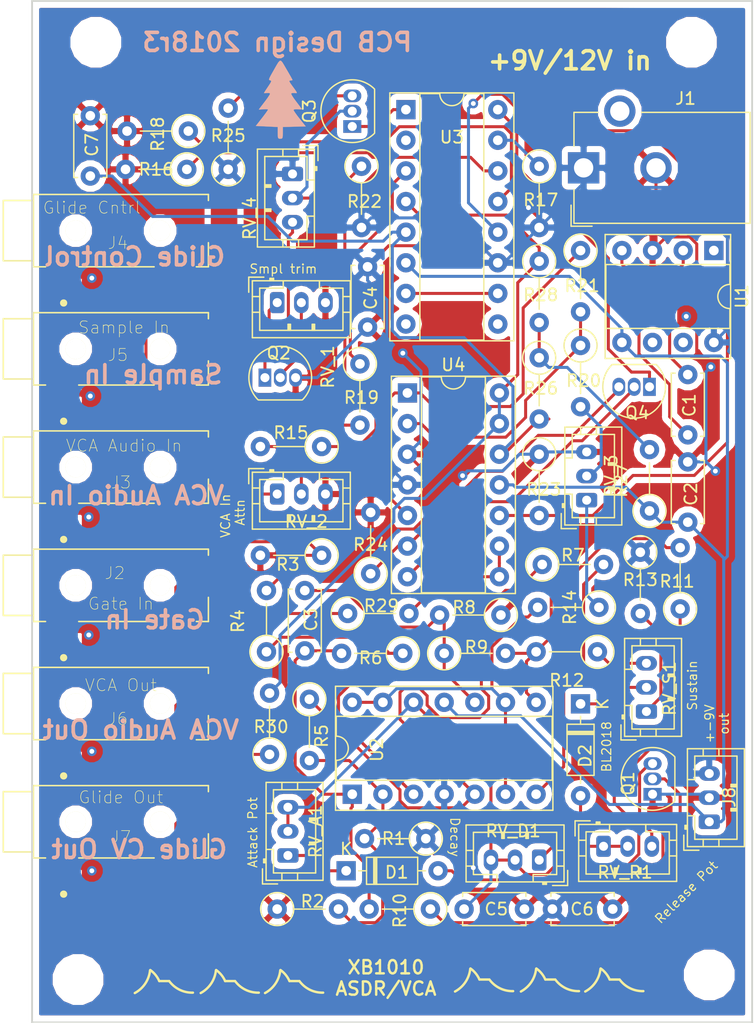
<source format=kicad_pcb>
(kicad_pcb (version 20171130) (host pcbnew "(5.0.1)-rc2")
  (layers (0 F.Cu signal) (31 B.Cu signal) (34 B.Paste user) (35 F.Paste user) (36 B.SilkS user) (37 F.SilkS user) (38 B.Mask user) (39 F.Mask user) (44 Edge.Cuts user))
  (net 0 "")
  (net 1 "Net-(C1-Pad1)")
  (net 2 "Net-(C1-Pad2)")
  (net 3 -9V)
  (net 4 GND)
  (net 5 "Net-(C3-Pad2)")
  (net 6 "Net-(C3-Pad1)")
  (net 7 +9V)
  (net 8 "Net-(C5-Pad1)")
  (net 9 "Net-(C7-Pad2)")
  (net 10 "Net-(D1-Pad1)")
  (net 11 "Net-(D1-Pad2)")
  (net 12 "Net-(D2-Pad2)")
  (net 13 "Net-(D2-Pad1)")
  (net 14 "Net-(Q1-Pad3)")
  (net 15 "Net-(Q1-Pad2)")
  (net 16 "Net-(Q2-Pad1)")
  (net 17 "Net-(Q2-Pad2)")
  (net 18 "Net-(Q3-Pad2)")
  (net 19 "Net-(Q3-Pad3)")
  (net 20 "Net-(Q3-Pad1)")
  (net 21 "Net-(Q4-Pad2)")
  (net 22 "Net-(Q4-Pad3)")
  (net 23 "Net-(Q4-Pad1)")
  (net 24 "Net-(R1-Pad2)")
  (net 25 "Net-(J2-PadT)")
  (net 26 "Net-(R4-Pad1)")
  (net 27 "Net-(R5-Pad1)")
  (net 28 "Net-(R7-Pad2)")
  (net 29 "Net-(R11-Pad2)")
  (net 30 "Net-(R12-Pad1)")
  (net 31 "Net-(R13-Pad2)")
  (net 32 "Net-(R14-Pad1)")
  (net 33 "Net-(R14-Pad2)")
  (net 34 "Net-(R15-Pad1)")
  (net 35 "Net-(R15-Pad2)")
  (net 36 "Net-(R17-Pad1)")
  (net 37 "Net-(R18-Pad1)")
  (net 38 "Net-(R19-Pad1)")
  (net 39 "Net-(J4-PadT)")
  (net 40 "Net-(R20-Pad2)")
  (net 41 "Net-(R20-Pad1)")
  (net 42 "Net-(R21-Pad1)")
  (net 43 "Net-(R23-Pad2)")
  (net 44 "Net-(R26-Pad1)")
  (net 45 "Net-(R28-Pad1)")
  (net 46 "Net-(J6-PadT)")
  (net 47 "Net-(R29-Pad2)")
  (net 48 "Net-(J7-PadT)")
  (net 49 "Net-(J5-PadT)")
  (net 50 "Net-(J3-PadT)")
  (net 51 "Net-(U1-Pad1)")
  (net 52 "Net-(U1-Pad6)")
  (net 53 "Net-(U1-Pad7)")
  (net 54 "Net-(U3-Pad9)")
  (net 55 "Net-(U3-Pad2)")
  (net 56 "Net-(U3-Pad10)")
  (net 57 "Net-(U3-Pad8)")
  (net 58 "Net-(J3-PadTN)")
  (net 59 "Net-(J2-PadTN)")
  (net 60 "Net-(J5-PadTN)")
  (net 61 "Net-(J4-PadTN)")
  (net 62 "Net-(J7-PadTN)")
  (net 63 "Net-(J6-PadTN)")
  (module MountingHole:MountingHole_3.2mm_M3_DIN965 (layer F.Cu) (at 166.418999 81.661)
    (fp_text reference REF** hide)
    (fp_text value MountingHole_3.2mm_M3_DIN965)
    (pad 1 np_thru_hole circle (at 0 0) (size 3.2 3.2) (drill 3.2) (layers *.Cu *.Mask))
  )
  (module MountingHole:MountingHole_3.2mm_M3_DIN965 (layer F.Cu) (at 117.045001 81.661)
    (fp_text reference REF** hide)
    (fp_text value MountingHole_3.2mm_M3_DIN965)
    (pad 1 np_thru_hole circle (at 0 0) (size 3.2 3.2) (drill 3.2) (layers *.Cu *.Mask))
  )
  (module MountingHole:MountingHole_3.2mm_M3_DIN965 (layer F.Cu) (at 167.894 159.004)
    (fp_text reference REF** hide)
    (fp_text value MountingHole_3.2mm_M3_DIN965)
    (pad 1 np_thru_hole circle (at 0 0) (size 3.2 3.2) (drill 3.2) (layers *.Cu *.Mask))
  )
  (module Capacitor_THT:C_Disc_D5.0mm_W2.5mm_P5.00mm (layer F.Cu) (at 159.893 153.543 180)
    (fp_text reference C6 (at 2.54 0 180) (layer F.SilkS))
    (fp_text value 100nF)
    (pad 2 thru_hole circle (at 5 0 180) (size 1.6 1.6) (drill 0.8) (layers *.Cu *.Mask) (net 7 +9V))
    (pad 1 thru_hole circle (at 0 0 180) (size 1.6 1.6) (drill 0.8) (layers *.Cu *.Mask) (net 4 GND))
  )
  (module Resistor_THT:R_Axial_DIN0207_L6.3mm_D2.5mm_P5.08mm_Vertical (layer F.Cu) (at 124.714 89.027 180)
    (fp_text reference R18 (at 2.54 -0.254 270) (layer F.SilkS))
    (fp_text value 1K)
    (pad 1 thru_hole circle (at 0 0 180) (size 1.6 1.6) (drill 0.8) (layers *.Cu *.Mask) (net 37 "Net-(R18-Pad1)"))
    (pad 2 thru_hole oval (at 5.08 0 180) (size 1.6 1.6) (drill 0.8) (layers *.Cu *.Mask) (net 4 GND))
  )
  (module Connector_JST:JST_PH_B3B-PH-K_1x03_P2.00mm_Vertical (layer F.Cu) (at 132.08 103.251)
    (fp_text reference RV_1 (at 4.191 5.334 90) (layer F.SilkS))
    (fp_text value 100K)
    (pad 1 thru_hole roundrect (at 0 0) (size 1.2 1.75) (drill 0.75) (layers *.Cu *.Mask) (roundrect_rratio 0.208333) (net 49 "Net-(J5-PadT)"))
    (pad 2 thru_hole oval (at 2 0) (size 1.2 1.75) (drill 0.75) (layers *.Cu *.Mask) (net 17 "Net-(Q2-Pad2)"))
    (pad 3 thru_hole oval (at 4 0) (size 1.2 1.75) (drill 0.75) (layers *.Cu *.Mask) (net 4 GND))
  )
  (module Connector_BarrelJack:BarrelJack_CUI_PJ-102AH_Horizontal (layer F.Cu) (at 157.48 92.075 90)
    (fp_text reference J1 (at 5.75 8.45 180) (layer F.SilkS))
    (fp_text value Jack-DC)
    (pad 1 thru_hole rect (at 0 0 90) (size 2.6 2.6) (drill 1.6) (layers *.Cu *.Mask) (net 7 +9V))
    (pad 2 thru_hole circle (at 0 6 90) (size 2.6 2.6) (drill 1.6) (layers *.Cu *.Mask) (net 4 GND))
    (pad 3 thru_hole circle (at 4.7 3 90) (size 2.6 2.6) (drill 1.6) (layers *.Cu *.Mask))
  )
  (module Capacitor_THT:C_Disc_D5.0mm_W2.5mm_P5.00mm (layer F.Cu) (at 166.116 109.22 270)
    (fp_text reference C1 (at 2.54 -0.127 270) (layer F.SilkS))
    (fp_text value 10uF)
    (pad 1 thru_hole circle (at 0 0 270) (size 1.6 1.6) (drill 0.8) (layers *.Cu *.Mask) (net 1 "Net-(C1-Pad1)"))
    (pad 2 thru_hole circle (at 5 0 270) (size 1.6 1.6) (drill 0.8) (layers *.Cu *.Mask) (net 2 "Net-(C1-Pad2)"))
  )
  (module Capacitor_THT:C_Disc_D5.0mm_W2.5mm_P5.00mm (layer F.Cu) (at 166.116 116.459 270)
    (fp_text reference C2 (at 2.667 -0.254 270) (layer F.SilkS))
    (fp_text value 10uF)
    (pad 2 thru_hole circle (at 5 0 270) (size 1.6 1.6) (drill 0.8) (layers *.Cu *.Mask) (net 3 -9V))
    (pad 1 thru_hole circle (at 0 0 270) (size 1.6 1.6) (drill 0.8) (layers *.Cu *.Mask) (net 4 GND))
  )
  (module Capacitor_THT:C_Disc_D5.0mm_W2.5mm_P5.00mm (layer F.Cu) (at 134.366 127.127 270)
    (fp_text reference C3 (at 2.413 -0.508 270) (layer F.SilkS))
    (fp_text value 10nF)
    (pad 1 thru_hole circle (at 0 0 270) (size 1.6 1.6) (drill 0.8) (layers *.Cu *.Mask) (net 6 "Net-(C3-Pad1)"))
    (pad 2 thru_hole circle (at 5 0 270) (size 1.6 1.6) (drill 0.8) (layers *.Cu *.Mask) (net 5 "Net-(C3-Pad2)"))
  )
  (module Capacitor_THT:C_Disc_D5.0mm_W2.5mm_P5.00mm (layer F.Cu) (at 139.573 105.283 90)
    (fp_text reference C4 (at 2.413 0.254 90) (layer F.SilkS))
    (fp_text value 100nF)
    (pad 2 thru_hole circle (at 5 0 90) (size 1.6 1.6) (drill 0.8) (layers *.Cu *.Mask) (net 7 +9V))
    (pad 1 thru_hole circle (at 0 0 90) (size 1.6 1.6) (drill 0.8) (layers *.Cu *.Mask) (net 4 GND))
  )
  (module Capacitor_THT:C_Disc_D5.0mm_W2.5mm_P5.00mm (layer F.Cu) (at 116.586 87.757 270)
    (fp_text reference C7 (at 2.413 -0.127 270) (layer F.SilkS))
    (fp_text value 1uF)
    (pad 1 thru_hole circle (at 0 0 270) (size 1.6 1.6) (drill 0.8) (layers *.Cu *.Mask) (net 4 GND))
    (pad 2 thru_hole circle (at 5 0 270) (size 1.6 1.6) (drill 0.8) (layers *.Cu *.Mask) (net 9 "Net-(C7-Pad2)"))
  )
  (module Capacitor_THT:C_Disc_D5.0mm_W2.5mm_P5.00mm (layer F.Cu) (at 147.574 153.543)
    (fp_text reference C5 (at 2.667 0) (layer F.SilkS))
    (fp_text value 10uF)
    (pad 1 thru_hole circle (at 0 0) (size 1.6 1.6) (drill 0.8) (layers *.Cu *.Mask) (net 8 "Net-(C5-Pad1)"))
    (pad 2 thru_hole circle (at 5 0) (size 1.6 1.6) (drill 0.8) (layers *.Cu *.Mask) (net 4 GND))
  )
  (module Connector_JST:JST_PH_B3B-PH-K_1x03_P2.00mm_Vertical (layer F.Cu) (at 133.35 92.583 270)
    (fp_text reference RV_4 (at 3.683 3.556 270) (layer F.SilkS))
    (fp_text value 100K)
    (pad 1 thru_hole roundrect (at 0 0 270) (size 1.2 1.75) (drill 0.75) (layers *.Cu *.Mask) (roundrect_rratio 0.208333) (net 7 +9V))
    (pad 2 thru_hole oval (at 2 0 270) (size 1.2 1.75) (drill 0.75) (layers *.Cu *.Mask) (net 18 "Net-(Q3-Pad2)"))
    (pad 3 thru_hole oval (at 4 0 270) (size 1.2 1.75) (drill 0.75) (layers *.Cu *.Mask) (net 16 "Net-(Q2-Pad1)"))
  )
  (module Connector_JST:JST_PH_B3B-PH-K_1x03_P2.00mm_Vertical (layer F.Cu) (at 132.969 149.098 90)
    (fp_text reference RV_A1 (at 2 2.286 90) (layer F.SilkS))
    (fp_text value 1M)
    (pad 3 thru_hole oval (at 4 0 90) (size 1.2 1.75) (drill 0.75) (layers *.Cu *.Mask) (net 8 "Net-(C5-Pad1)"))
    (pad 2 thru_hole oval (at 2 0 90) (size 1.2 1.75) (drill 0.75) (layers *.Cu *.Mask) (net 8 "Net-(C5-Pad1)"))
    (pad 1 thru_hole roundrect (at 0 0 90) (size 1.2 1.75) (drill 0.75) (layers *.Cu *.Mask) (roundrect_rratio 0.208333) (net 10 "Net-(D1-Pad1)"))
  )
  (module Connector_JST:JST_PH_B3B-PH-K_1x03_P2.00mm_Vertical (layer F.Cu) (at 157.734 119.634 90)
    (fp_text reference RV_3 (at 2 2.032 90) (layer F.SilkS))
    (fp_text value 100K)
    (pad 1 thru_hole roundrect (at 0 0 90) (size 1.2 1.75) (drill 0.75) (layers *.Cu *.Mask) (roundrect_rratio 0.208333) (net 32 "Net-(R14-Pad1)"))
    (pad 2 thru_hole oval (at 2 0 90) (size 1.2 1.75) (drill 0.75) (layers *.Cu *.Mask) (net 40 "Net-(R20-Pad2)"))
    (pad 3 thru_hole oval (at 4 0 90) (size 1.2 1.75) (drill 0.75) (layers *.Cu *.Mask) (net 4 GND))
  )
  (module Connector_JST:JST_PH_B3B-PH-K_1x03_P2.00mm_Vertical (layer F.Cu) (at 132.08 119.126)
    (fp_text reference RV_2 (at 2.413 2.286) (layer F.SilkS))
    (fp_text value 100K)
    (pad 3 thru_hole oval (at 4 0) (size 1.2 1.75) (drill 0.75) (layers *.Cu *.Mask) (net 4 GND))
    (pad 2 thru_hole oval (at 2 0) (size 1.2 1.75) (drill 0.75) (layers *.Cu *.Mask) (net 35 "Net-(R15-Pad2)"))
    (pad 1 thru_hole roundrect (at 0 0) (size 1.2 1.75) (drill 0.75) (layers *.Cu *.Mask) (roundrect_rratio 0.208333) (net 50 "Net-(J3-PadT)"))
  )
  (module Connector_JST:JST_PH_B3B-PH-K_1x03_P2.00mm_Vertical (layer F.Cu) (at 153.797 149.479 180)
    (fp_text reference RV_D1 (at 2.159 2.413 180) (layer F.SilkS))
    (fp_text value 1M)
    (pad 3 thru_hole oval (at 4 0 180) (size 1.2 1.75) (drill 0.75) (layers *.Cu *.Mask) (net 8 "Net-(C5-Pad1)"))
    (pad 2 thru_hole oval (at 2 0 180) (size 1.2 1.75) (drill 0.75) (layers *.Cu *.Mask) (net 8 "Net-(C5-Pad1)"))
    (pad 1 thru_hole roundrect (at 0 0 180) (size 1.2 1.75) (drill 0.75) (layers *.Cu *.Mask) (roundrect_rratio 0.208333) (net 12 "Net-(D2-Pad2)"))
  )
  (module Connector_JST:JST_PH_B3B-PH-K_1x03_P2.00mm_Vertical (layer F.Cu) (at 159.131 148.336)
    (fp_text reference RV_R1 (at 1.778 2.159) (layer F.SilkS))
    (fp_text value 1M)
    (pad 1 thru_hole roundrect (at 0 0) (size 1.2 1.75) (drill 0.75) (layers *.Cu *.Mask) (roundrect_rratio 0.208333) (net 8 "Net-(C5-Pad1)"))
    (pad 2 thru_hole oval (at 2 0) (size 1.2 1.75) (drill 0.75) (layers *.Cu *.Mask) (net 8 "Net-(C5-Pad1)"))
    (pad 3 thru_hole oval (at 4 0) (size 1.2 1.75) (drill 0.75) (layers *.Cu *.Mask) (net 14 "Net-(Q1-Pad3)"))
  )
  (module Connector_JST:JST_PH_B3B-PH-K_1x03_P2.00mm_Vertical (layer F.Cu) (at 167.894 146.304 90)
    (fp_text reference J8 (at 2.032 1.651 90) (layer F.SilkS))
    (fp_text value "Power Out")
    (pad 3 thru_hole oval (at 4 0 90) (size 1.2 1.75) (drill 0.75) (layers *.Cu *.Mask) (net 7 +9V))
    (pad 2 thru_hole oval (at 2 0 90) (size 1.2 1.75) (drill 0.75) (layers *.Cu *.Mask) (net 4 GND))
    (pad 1 thru_hole roundrect (at 0 0 90) (size 1.2 1.75) (drill 0.75) (layers *.Cu *.Mask) (roundrect_rratio 0.208333) (net 3 -9V))
  )
  (module Connector_JST:JST_PH_B3B-PH-K_1x03_P2.00mm_Vertical (layer F.Cu) (at 162.687 137.16 90)
    (fp_text reference RV_S1 (at 1.905 1.905 90) (layer F.SilkS))
    (fp_text value 10K)
    (pad 1 thru_hole roundrect (at 0 0 90) (size 1.2 1.75) (drill 0.75) (layers *.Cu *.Mask) (roundrect_rratio 0.208333) (net 31 "Net-(R13-Pad2)"))
    (pad 2 thru_hole oval (at 2 0 90) (size 1.2 1.75) (drill 0.75) (layers *.Cu *.Mask) (net 13 "Net-(D2-Pad1)"))
    (pad 3 thru_hole oval (at 4 0 90) (size 1.2 1.75) (drill 0.75) (layers *.Cu *.Mask) (net 30 "Net-(R12-Pad1)"))
  )
  (module Diode_THT:D_DO-35_SOD27_P7.62mm_Horizontal (layer F.Cu) (at 137.795 150.368)
    (fp_text reference D1 (at 4.191 0.127) (layer F.SilkS))
    (fp_text value D)
    (fp_text user K (at 0 -1.8) (layer F.SilkS))
    (pad 2 thru_hole oval (at 7.62 0) (size 1.6 1.6) (drill 0.8) (layers *.Cu *.Mask) (net 11 "Net-(D1-Pad2)"))
    (pad 1 thru_hole rect (at 0 0) (size 1.6 1.6) (drill 0.8) (layers *.Cu *.Mask) (net 10 "Net-(D1-Pad1)"))
  )
  (module Diode_THT:D_DO-35_SOD27_P7.62mm_Horizontal (layer F.Cu) (at 157.226 136.525 270)
    (fp_text reference D2 (at 4.318 -0.381 270) (layer F.SilkS))
    (fp_text value D)
    (fp_text user K (at 0 -1.8 270) (layer F.SilkS))
    (pad 1 thru_hole rect (at 0 0 270) (size 1.6 1.6) (drill 0.8) (layers *.Cu *.Mask) (net 13 "Net-(D2-Pad1)"))
    (pad 2 thru_hole oval (at 7.62 0 270) (size 1.6 1.6) (drill 0.8) (layers *.Cu *.Mask) (net 12 "Net-(D2-Pad2)"))
  )
  (module Package_DIP:DIP-14_W7.62mm_Socket (layer F.Cu) (at 138.303 144.018 90)
    (fp_text reference U2 (at 3.683 2.032 90) (layer F.SilkS))
    (fp_text value LM324)
    (pad 14 thru_hole oval (at 7.62 0 90) (size 1.6 1.6) (drill 0.8) (layers *.Cu *.Mask) (net 33 "Net-(R14-Pad2)"))
    (pad 7 thru_hole oval (at 0 15.24 90) (size 1.6 1.6) (drill 0.8) (layers *.Cu *.Mask) (net 28 "Net-(R7-Pad2)"))
    (pad 13 thru_hole oval (at 7.62 2.54 90) (size 1.6 1.6) (drill 0.8) (layers *.Cu *.Mask) (net 33 "Net-(R14-Pad2)"))
    (pad 6 thru_hole oval (at 0 12.7 90) (size 1.6 1.6) (drill 0.8) (layers *.Cu *.Mask) (net 33 "Net-(R14-Pad2)"))
    (pad 12 thru_hole oval (at 7.62 5.08 90) (size 1.6 1.6) (drill 0.8) (layers *.Cu *.Mask) (net 8 "Net-(C5-Pad1)"))
    (pad 5 thru_hole oval (at 0 10.16 90) (size 1.6 1.6) (drill 0.8) (layers *.Cu *.Mask) (net 27 "Net-(R5-Pad1)"))
    (pad 11 thru_hole oval (at 7.62 7.62 90) (size 1.6 1.6) (drill 0.8) (layers *.Cu *.Mask) (net 3 -9V))
    (pad 4 thru_hole oval (at 0 7.62 90) (size 1.6 1.6) (drill 0.8) (layers *.Cu *.Mask) (net 7 +9V))
    (pad 10 thru_hole oval (at 7.62 10.16 90) (size 1.6 1.6) (drill 0.8) (layers *.Cu *.Mask) (net 6 "Net-(C3-Pad1)"))
    (pad 3 thru_hole oval (at 0 5.08 90) (size 1.6 1.6) (drill 0.8) (layers *.Cu *.Mask) (net 26 "Net-(R4-Pad1)"))
    (pad 9 thru_hole oval (at 7.62 12.7 90) (size 1.6 1.6) (drill 0.8) (layers *.Cu *.Mask) (net 33 "Net-(R14-Pad2)"))
    (pad 2 thru_hole oval (at 0 2.54 90) (size 1.6 1.6) (drill 0.8) (layers *.Cu *.Mask) (net 24 "Net-(R1-Pad2)"))
    (pad 8 thru_hole oval (at 7.62 15.24 90) (size 1.6 1.6) (drill 0.8) (layers *.Cu *.Mask) (net 29 "Net-(R11-Pad2)"))
    (pad 1 thru_hole rect (at 0 0 90) (size 1.6 1.6) (drill 0.8) (layers *.Cu *.Mask) (net 5 "Net-(C3-Pad2)"))
  )
  (module Package_DIP:DIP-14_W7.62mm_Socket (layer F.Cu) (at 142.875 110.744)
    (fp_text reference U4 (at 3.81 -2.33) (layer F.SilkS))
    (fp_text value LM324)
    (pad 1 thru_hole rect (at 0 0) (size 1.6 1.6) (drill 0.8) (layers *.Cu *.Mask) (net 42 "Net-(R21-Pad1)"))
    (pad 8 thru_hole oval (at 7.62 15.24) (size 1.6 1.6) (drill 0.8) (layers *.Cu *.Mask) (net 47 "Net-(R29-Pad2)"))
    (pad 2 thru_hole oval (at 0 2.54) (size 1.6 1.6) (drill 0.8) (layers *.Cu *.Mask) (net 41 "Net-(R20-Pad1)"))
    (pad 9 thru_hole oval (at 7.62 12.7) (size 1.6 1.6) (drill 0.8) (layers *.Cu *.Mask) (net 47 "Net-(R29-Pad2)"))
    (pad 3 thru_hole oval (at 0 5.08) (size 1.6 1.6) (drill 0.8) (layers *.Cu *.Mask) (net 4 GND))
    (pad 10 thru_hole oval (at 7.62 10.16) (size 1.6 1.6) (drill 0.8) (layers *.Cu *.Mask) (net 43 "Net-(R23-Pad2)"))
    (pad 4 thru_hole oval (at 0 7.62) (size 1.6 1.6) (drill 0.8) (layers *.Cu *.Mask) (net 7 +9V))
    (pad 11 thru_hole oval (at 7.62 7.62) (size 1.6 1.6) (drill 0.8) (layers *.Cu *.Mask) (net 3 -9V))
    (pad 5 thru_hole oval (at 0 10.16) (size 1.6 1.6) (drill 0.8) (layers *.Cu *.Mask) (net 42 "Net-(R21-Pad1)"))
    (pad 12 thru_hole oval (at 7.62 5.08) (size 1.6 1.6) (drill 0.8) (layers *.Cu *.Mask) (net 9 "Net-(C7-Pad2)"))
    (pad 6 thru_hole oval (at 0 12.7) (size 1.6 1.6) (drill 0.8) (layers *.Cu *.Mask) (net 22 "Net-(Q4-Pad3)"))
    (pad 13 thru_hole oval (at 7.62 2.54) (size 1.6 1.6) (drill 0.8) (layers *.Cu *.Mask) (net 45 "Net-(R28-Pad1)"))
    (pad 7 thru_hole oval (at 0 15.24) (size 1.6 1.6) (drill 0.8) (layers *.Cu *.Mask) (net 21 "Net-(Q4-Pad2)"))
    (pad 14 thru_hole oval (at 7.62 0) (size 1.6 1.6) (drill 0.8) (layers *.Cu *.Mask) (net 45 "Net-(R28-Pad1)"))
  )
  (module Package_DIP:DIP-16_W7.62mm_Socket (layer F.Cu) (at 142.748 87.249)
    (fp_text reference U3 (at 3.81 2.286) (layer F.SilkS))
    (fp_text value LM13700)
    (pad 1 thru_hole rect (at 0 0) (size 1.6 1.6) (drill 0.8) (layers *.Cu *.Mask) (net 20 "Net-(Q3-Pad1)"))
    (pad 9 thru_hole oval (at 7.62 17.78) (size 1.6 1.6) (drill 0.8) (layers *.Cu *.Mask) (net 54 "Net-(U3-Pad9)"))
    (pad 2 thru_hole oval (at 0 2.54) (size 1.6 1.6) (drill 0.8) (layers *.Cu *.Mask) (net 55 "Net-(U3-Pad2)"))
    (pad 10 thru_hole oval (at 7.62 15.24) (size 1.6 1.6) (drill 0.8) (layers *.Cu *.Mask) (net 56 "Net-(U3-Pad10)"))
    (pad 3 thru_hole oval (at 0 5.08) (size 1.6 1.6) (drill 0.8) (layers *.Cu *.Mask) (net 38 "Net-(R19-Pad1)"))
    (pad 11 thru_hole oval (at 7.62 12.7) (size 1.6 1.6) (drill 0.8) (layers *.Cu *.Mask) (net 7 +9V))
    (pad 4 thru_hole oval (at 0 7.62) (size 1.6 1.6) (drill 0.8) (layers *.Cu *.Mask) (net 45 "Net-(R28-Pad1)"))
    (pad 12 thru_hole oval (at 7.62 10.16) (size 1.6 1.6) (drill 0.8) (layers *.Cu *.Mask) (net 43 "Net-(R23-Pad2)"))
    (pad 5 thru_hole oval (at 0 10.16) (size 1.6 1.6) (drill 0.8) (layers *.Cu *.Mask) (net 9 "Net-(C7-Pad2)"))
    (pad 13 thru_hole oval (at 7.62 7.62) (size 1.6 1.6) (drill 0.8) (layers *.Cu *.Mask) (net 37 "Net-(R18-Pad1)"))
    (pad 6 thru_hole oval (at 0 12.7) (size 1.6 1.6) (drill 0.8) (layers *.Cu *.Mask) (net 3 -9V))
    (pad 14 thru_hole oval (at 7.62 5.08) (size 1.6 1.6) (drill 0.8) (layers *.Cu *.Mask) (net 34 "Net-(R15-Pad1)"))
    (pad 7 thru_hole oval (at 0 15.24) (size 1.6 1.6) (drill 0.8) (layers *.Cu *.Mask) (net 56 "Net-(U3-Pad10)"))
    (pad 15 thru_hole oval (at 7.62 2.54) (size 1.6 1.6) (drill 0.8) (layers *.Cu *.Mask) (net 36 "Net-(R17-Pad1)"))
    (pad 8 thru_hole oval (at 0 17.78) (size 1.6 1.6) (drill 0.8) (layers *.Cu *.Mask) (net 57 "Net-(U3-Pad8)"))
    (pad 16 thru_hole oval (at 7.62 0) (size 1.6 1.6) (drill 0.8) (layers *.Cu *.Mask) (net 23 "Net-(Q4-Pad1)"))
  )
  (module Package_DIP:DIP-8_W7.62mm_Socket (layer F.Cu) (at 168.275 98.933 270)
    (fp_text reference U1 (at 3.81 -2.33 270) (layer F.SilkS))
    (fp_text value LTC1044)
    (pad 1 thru_hole rect (at 0 0 270) (size 1.6 1.6) (drill 0.8) (layers *.Cu *.Mask) (net 51 "Net-(U1-Pad1)"))
    (pad 5 thru_hole oval (at 7.62 7.62 270) (size 1.6 1.6) (drill 0.8) (layers *.Cu *.Mask) (net 3 -9V))
    (pad 2 thru_hole oval (at 0 2.54 270) (size 1.6 1.6) (drill 0.8) (layers *.Cu *.Mask) (net 1 "Net-(C1-Pad1)"))
    (pad 6 thru_hole oval (at 7.62 5.08 270) (size 1.6 1.6) (drill 0.8) (layers *.Cu *.Mask) (net 52 "Net-(U1-Pad6)"))
    (pad 3 thru_hole oval (at 0 5.08 270) (size 1.6 1.6) (drill 0.8) (layers *.Cu *.Mask) (net 4 GND))
    (pad 7 thru_hole oval (at 7.62 2.54 270) (size 1.6 1.6) (drill 0.8) (layers *.Cu *.Mask) (net 53 "Net-(U1-Pad7)"))
    (pad 4 thru_hole oval (at 0 7.62 270) (size 1.6 1.6) (drill 0.8) (layers *.Cu *.Mask) (net 2 "Net-(C1-Pad2)"))
    (pad 8 thru_hole oval (at 7.62 0 270) (size 1.6 1.6) (drill 0.8) (layers *.Cu *.Mask) (net 7 +9V))
  )
  (module Package_TO_SOT_THT:TO-92_Inline (layer F.Cu) (at 162.941 110.236 180)
    (fp_text reference Q4 (at 1.016 -2.159 180) (layer F.SilkS))
    (fp_text value BC559)
    (pad 1 thru_hole rect (at 0 0 180) (size 1.05 1.5) (drill 0.75) (layers *.Cu *.Mask) (net 23 "Net-(Q4-Pad1)"))
    (pad 3 thru_hole oval (at 2.54 0 180) (size 1.05 1.5) (drill 0.75) (layers *.Cu *.Mask) (net 22 "Net-(Q4-Pad3)"))
    (pad 2 thru_hole oval (at 1.27 0 180) (size 1.05 1.5) (drill 0.75) (layers *.Cu *.Mask) (net 21 "Net-(Q4-Pad2)"))
  )
  (module Package_TO_SOT_THT:TO-92_Inline (layer F.Cu) (at 138.303 88.646 90)
    (fp_text reference Q3 (at 1.27 -3.56 90) (layer F.SilkS))
    (fp_text value BC559)
    (pad 2 thru_hole oval (at 1.27 0 90) (size 1.05 1.5) (drill 0.75) (layers *.Cu *.Mask) (net 18 "Net-(Q3-Pad2)"))
    (pad 3 thru_hole oval (at 2.54 0 90) (size 1.05 1.5) (drill 0.75) (layers *.Cu *.Mask) (net 19 "Net-(Q3-Pad3)"))
    (pad 1 thru_hole rect (at 0 0 90) (size 1.05 1.5) (drill 0.75) (layers *.Cu *.Mask) (net 20 "Net-(Q3-Pad1)"))
  )
  (module Package_TO_SOT_THT:TO-92_Inline (layer F.Cu) (at 131.064 109.474)
    (fp_text reference Q2 (at 1.143 -2.032) (layer F.SilkS))
    (fp_text value BC548)
    (pad 1 thru_hole rect (at 0 0) (size 1.05 1.5) (drill 0.75) (layers *.Cu *.Mask) (net 16 "Net-(Q2-Pad1)"))
    (pad 3 thru_hole oval (at 2.54 0) (size 1.05 1.5) (drill 0.75) (layers *.Cu *.Mask) (net 4 GND))
    (pad 2 thru_hole oval (at 1.27 0) (size 1.05 1.5) (drill 0.75) (layers *.Cu *.Mask) (net 17 "Net-(Q2-Pad2)"))
  )
  (module Package_TO_SOT_THT:TO-92_Inline (layer F.Cu) (at 163.195 144.018 90)
    (fp_text reference Q1 (at 0.889 -2.032 90) (layer F.SilkS))
    (fp_text value BC559)
    (pad 2 thru_hole oval (at 1.27 0 90) (size 1.05 1.5) (drill 0.75) (layers *.Cu *.Mask) (net 15 "Net-(Q1-Pad2)"))
    (pad 3 thru_hole oval (at 2.54 0 90) (size 1.05 1.5) (drill 0.75) (layers *.Cu *.Mask) (net 14 "Net-(Q1-Pad3)"))
    (pad 1 thru_hole rect (at 0 0 90) (size 1.05 1.5) (drill 0.75) (layers *.Cu *.Mask) (net 4 GND))
  )
  (module Resistor_THT:R_Axial_DIN0207_L6.3mm_D2.5mm_P5.08mm_Vertical (layer F.Cu) (at 135.763 124.206 180)
    (fp_text reference R3 (at 2.794 -0.762 180) (layer F.SilkS))
    (fp_text value 22K)
    (pad 2 thru_hole oval (at 5.08 0 180) (size 1.6 1.6) (drill 0.8) (layers *.Cu *.Mask) (net 4 GND))
    (pad 1 thru_hole circle (at 0 0 180) (size 1.6 1.6) (drill 0.8) (layers *.Cu *.Mask) (net 25 "Net-(J2-PadT)"))
  )
  (module Resistor_THT:R_Axial_DIN0207_L6.3mm_D2.5mm_P5.08mm_Vertical (layer F.Cu) (at 144.399 147.701 180)
    (fp_text reference R1 (at 2.667 0 180) (layer F.SilkS))
    (fp_text value 33K)
    (pad 1 thru_hole circle (at 0 0 180) (size 1.6 1.6) (drill 0.8) (layers *.Cu *.Mask) (net 7 +9V))
    (pad 2 thru_hole oval (at 5.08 0 180) (size 1.6 1.6) (drill 0.8) (layers *.Cu *.Mask) (net 24 "Net-(R1-Pad2)"))
  )
  (module Resistor_THT:R_Axial_DIN0207_L6.3mm_D2.5mm_P5.08mm_Vertical (layer F.Cu) (at 139.827 125.73 90)
    (fp_text reference R24 (at 2.413 0 180) (layer F.SilkS))
    (fp_text value 5K)
    (pad 2 thru_hole oval (at 5.08 0 90) (size 1.6 1.6) (drill 0.8) (layers *.Cu *.Mask) (net 4 GND))
    (pad 1 thru_hole circle (at 0 0 90) (size 1.6 1.6) (drill 0.8) (layers *.Cu *.Mask) (net 22 "Net-(Q4-Pad3)"))
  )
  (module Resistor_THT:R_Axial_DIN0207_L6.3mm_D2.5mm_P5.08mm_Vertical (layer F.Cu) (at 128.016 92.202 90)
    (fp_text reference R25 (at 2.794 0 180) (layer F.SilkS))
    (fp_text value 33K)
    (pad 1 thru_hole circle (at 0 0 90) (size 1.6 1.6) (drill 0.8) (layers *.Cu *.Mask) (net 7 +9V))
    (pad 2 thru_hole oval (at 5.08 0 90) (size 1.6 1.6) (drill 0.8) (layers *.Cu *.Mask) (net 19 "Net-(Q3-Pad3)"))
  )
  (module Resistor_THT:R_Axial_DIN0207_L6.3mm_D2.5mm_P5.08mm_Vertical (layer F.Cu) (at 153.797 107.823 270)
    (fp_text reference R26 (at 2.54 -0.127) (layer F.SilkS))
    (fp_text value 1M)
    (pad 2 thru_hole oval (at 5.08 0 270) (size 1.6 1.6) (drill 0.8) (layers *.Cu *.Mask) (net 9 "Net-(C7-Pad2)"))
    (pad 1 thru_hole circle (at 0 0 270) (size 1.6 1.6) (drill 0.8) (layers *.Cu *.Mask) (net 44 "Net-(R26-Pad1)"))
  )
  (module Resistor_THT:R_Axial_DIN0207_L6.3mm_D2.5mm_P5.08mm_Vertical (layer F.Cu) (at 162.941 120.523 90)
    (fp_text reference R27 (at 2.54 -2.37 90) (layer F.SilkS))
    (fp_text value 1M)
    (pad 1 thru_hole circle (at 0 0 90) (size 1.6 1.6) (drill 0.8) (layers *.Cu *.Mask) (net 3 -9V))
    (pad 2 thru_hole oval (at 5.08 0 90) (size 1.6 1.6) (drill 0.8) (layers *.Cu *.Mask) (net 44 "Net-(R26-Pad1)"))
  )
  (module Resistor_THT:R_Axial_DIN0207_L6.3mm_D2.5mm_P5.08mm_Vertical (layer F.Cu) (at 153.797 99.822 270)
    (fp_text reference R28 (at 2.794 -0.127) (layer F.SilkS))
    (fp_text value 1M)
    (pad 2 thru_hole oval (at 5.08 0 270) (size 1.6 1.6) (drill 0.8) (layers *.Cu *.Mask) (net 44 "Net-(R26-Pad1)"))
    (pad 1 thru_hole circle (at 0 0 270) (size 1.6 1.6) (drill 0.8) (layers *.Cu *.Mask) (net 45 "Net-(R28-Pad1)"))
  )
  (module Resistor_THT:R_Axial_DIN0207_L6.3mm_D2.5mm_P5.08mm_Vertical (layer F.Cu) (at 137.922 129.032)
    (fp_text reference R29 (at 2.794 -0.635) (layer F.SilkS))
    (fp_text value 1K)
    (pad 1 thru_hole circle (at 0 0) (size 1.6 1.6) (drill 0.8) (layers *.Cu *.Mask) (net 46 "Net-(J6-PadT)"))
    (pad 2 thru_hole oval (at 5.08 0) (size 1.6 1.6) (drill 0.8) (layers *.Cu *.Mask) (net 47 "Net-(R29-Pad2)"))
  )
  (module Resistor_THT:R_Axial_DIN0207_L6.3mm_D2.5mm_P5.08mm_Vertical (layer F.Cu) (at 131.445 140.716 90)
    (fp_text reference R30 (at 2.286 0.127 180) (layer F.SilkS))
    (fp_text value 1K)
    (pad 2 thru_hole oval (at 5.08 0 90) (size 1.6 1.6) (drill 0.8) (layers *.Cu *.Mask) (net 45 "Net-(R28-Pad1)"))
    (pad 1 thru_hole circle (at 0 0 90) (size 1.6 1.6) (drill 0.8) (layers *.Cu *.Mask) (net 48 "Net-(J7-PadT)"))
  )
  (module Resistor_THT:R_Axial_DIN0207_L6.3mm_D2.5mm_P5.08mm_Vertical (layer F.Cu) (at 131.191 132.207 90)
    (fp_text reference R4 (at 2.54 -2.37 90) (layer F.SilkS))
    (fp_text value 1K)
    (pad 1 thru_hole circle (at 0 0 90) (size 1.6 1.6) (drill 0.8) (layers *.Cu *.Mask) (net 26 "Net-(R4-Pad1)"))
    (pad 2 thru_hole oval (at 5.08 0 90) (size 1.6 1.6) (drill 0.8) (layers *.Cu *.Mask) (net 25 "Net-(J2-PadT)"))
  )
  (module Resistor_THT:R_Axial_DIN0207_L6.3mm_D2.5mm_P5.08mm_Vertical (layer F.Cu) (at 139.065 91.948 270)
    (fp_text reference R22 (at 2.921 -0.254) (layer F.SilkS))
    (fp_text value 33K)
    (pad 2 thru_hole oval (at 5.08 0 270) (size 1.6 1.6) (drill 0.8) (layers *.Cu *.Mask) (net 7 +9V))
    (pad 1 thru_hole circle (at 0 0 270) (size 1.6 1.6) (drill 0.8) (layers *.Cu *.Mask) (net 18 "Net-(Q3-Pad2)"))
  )
  (module Resistor_THT:R_Axial_DIN0207_L6.3mm_D2.5mm_P5.08mm_Vertical (layer F.Cu) (at 157.226 98.933 270)
    (fp_text reference R21 (at 2.921 -0.127) (layer F.SilkS))
    (fp_text value 33K)
    (pad 1 thru_hole circle (at 0 0 270) (size 1.6 1.6) (drill 0.8) (layers *.Cu *.Mask) (net 42 "Net-(R21-Pad1)"))
    (pad 2 thru_hole oval (at 5.08 0 270) (size 1.6 1.6) (drill 0.8) (layers *.Cu *.Mask) (net 41 "Net-(R20-Pad1)"))
  )
  (module Resistor_THT:R_Axial_DIN0207_L6.3mm_D2.5mm_P5.08mm_Vertical (layer F.Cu) (at 157.226 106.807 270)
    (fp_text reference R20 (at 2.921 -0.254) (layer F.SilkS))
    (fp_text value 33K)
    (pad 2 thru_hole oval (at 5.08 0 270) (size 1.6 1.6) (drill 0.8) (layers *.Cu *.Mask) (net 40 "Net-(R20-Pad2)"))
    (pad 1 thru_hole circle (at 0 0 270) (size 1.6 1.6) (drill 0.8) (layers *.Cu *.Mask) (net 41 "Net-(R20-Pad1)"))
  )
  (module Resistor_THT:R_Axial_DIN0207_L6.3mm_D2.5mm_P5.08mm_Vertical (layer F.Cu) (at 134.747 136.144 270)
    (fp_text reference R5 (at 3.048 -1.016 270) (layer F.SilkS))
    (fp_text value 10K)
    (pad 1 thru_hole circle (at 0 0 270) (size 1.6 1.6) (drill 0.8) (layers *.Cu *.Mask) (net 27 "Net-(R5-Pad1)"))
    (pad 2 thru_hole oval (at 5.08 0 270) (size 1.6 1.6) (drill 0.8) (layers *.Cu *.Mask) (net 24 "Net-(R1-Pad2)"))
  )
  (module Resistor_THT:R_Axial_DIN0207_L6.3mm_D2.5mm_P5.08mm_Vertical (layer F.Cu) (at 153.797 115.824 270)
    (fp_text reference R23 (at 2.921 -0.381) (layer F.SilkS))
    (fp_text value 10K)
    (pad 2 thru_hole oval (at 5.08 0 270) (size 1.6 1.6) (drill 0.8) (layers *.Cu *.Mask) (net 43 "Net-(R23-Pad2)"))
    (pad 1 thru_hole circle (at 0 0 270) (size 1.6 1.6) (drill 0.8) (layers *.Cu *.Mask) (net 4 GND))
  )
  (module Resistor_THT:R_Axial_DIN0207_L6.3mm_D2.5mm_P5.08mm_Vertical (layer F.Cu) (at 153.797 91.948 270)
    (fp_text reference R17 (at 2.794 -0.127) (layer F.SilkS))
    (fp_text value 10K)
    (pad 2 thru_hole oval (at 5.08 0 270) (size 1.6 1.6) (drill 0.8) (layers *.Cu *.Mask) (net 7 +9V))
    (pad 1 thru_hole circle (at 0 0 270) (size 1.6 1.6) (drill 0.8) (layers *.Cu *.Mask) (net 36 "Net-(R17-Pad1)"))
  )
  (module Resistor_THT:R_Axial_DIN0207_L6.3mm_D2.5mm_P5.08mm_Vertical (layer F.Cu) (at 124.587 92.202 180)
    (fp_text reference R16 (at 2.54 0 180) (layer F.SilkS))
    (fp_text value 1K)
    (pad 1 thru_hole circle (at 0 0 180) (size 1.6 1.6) (drill 0.8) (layers *.Cu *.Mask) (net 34 "Net-(R15-Pad1)"))
    (pad 2 thru_hole oval (at 5.08 0 180) (size 1.6 1.6) (drill 0.8) (layers *.Cu *.Mask) (net 4 GND))
  )
  (module Resistor_THT:R_Axial_DIN0207_L6.3mm_D2.5mm_P5.08mm_Vertical (layer F.Cu) (at 135.763 115.189 180)
    (fp_text reference R15 (at 2.54 1.143 180) (layer F.SilkS))
    (fp_text value 10K)
    (pad 2 thru_hole oval (at 5.08 0 180) (size 1.6 1.6) (drill 0.8) (layers *.Cu *.Mask) (net 35 "Net-(R15-Pad2)"))
    (pad 1 thru_hole circle (at 0 0 180) (size 1.6 1.6) (drill 0.8) (layers *.Cu *.Mask) (net 34 "Net-(R15-Pad1)"))
  )
  (module Resistor_THT:R_Axial_DIN0207_L6.3mm_D2.5mm_P5.08mm_Vertical (layer F.Cu) (at 158.75 128.524 180)
    (fp_text reference R14 (at 2.413 0 270) (layer F.SilkS))
    (fp_text value 1K)
    (pad 1 thru_hole circle (at 0 0 180) (size 1.6 1.6) (drill 0.8) (layers *.Cu *.Mask) (net 32 "Net-(R14-Pad1)"))
    (pad 2 thru_hole oval (at 5.08 0 180) (size 1.6 1.6) (drill 0.8) (layers *.Cu *.Mask) (net 33 "Net-(R14-Pad2)"))
  )
  (module Resistor_THT:R_Axial_DIN0207_L6.3mm_D2.5mm_P5.08mm_Vertical (layer F.Cu) (at 162.179 123.952 270)
    (fp_text reference R13 (at 2.286 0) (layer F.SilkS))
    (fp_text value 10K)
    (pad 2 thru_hole oval (at 5.08 0 270) (size 1.6 1.6) (drill 0.8) (layers *.Cu *.Mask) (net 31 "Net-(R13-Pad2)"))
    (pad 1 thru_hole circle (at 0 0 270) (size 1.6 1.6) (drill 0.8) (layers *.Cu *.Mask) (net 7 +9V))
  )
  (module Resistor_THT:R_Axial_DIN0207_L6.3mm_D2.5mm_P5.08mm_Vertical (layer F.Cu) (at 158.623 132.207 180)
    (fp_text reference R12 (at 2.54 -2.37 180) (layer F.SilkS))
    (fp_text value 10K)
    (pad 1 thru_hole circle (at 0 0 180) (size 1.6 1.6) (drill 0.8) (layers *.Cu *.Mask) (net 30 "Net-(R12-Pad1)"))
    (pad 2 thru_hole oval (at 5.08 0 180) (size 1.6 1.6) (drill 0.8) (layers *.Cu *.Mask) (net 29 "Net-(R11-Pad2)"))
  )
  (module Resistor_THT:R_Axial_DIN0207_L6.3mm_D2.5mm_P5.08mm_Vertical (layer F.Cu) (at 165.481 128.651 90)
    (fp_text reference R11 (at 2.286 -0.254 180) (layer F.SilkS))
    (fp_text value 1K)
    (pad 2 thru_hole oval (at 5.08 0 90) (size 1.6 1.6) (drill 0.8) (layers *.Cu *.Mask) (net 29 "Net-(R11-Pad2)"))
    (pad 1 thru_hole circle (at 0 0 90) (size 1.6 1.6) (drill 0.8) (layers *.Cu *.Mask) (net 11 "Net-(D1-Pad2)"))
  )
  (module Resistor_THT:R_Axial_DIN0207_L6.3mm_D2.5mm_P5.08mm_Vertical (layer F.Cu) (at 144.78 153.543 180)
    (fp_text reference R10 (at 2.54 -0.127 270) (layer F.SilkS))
    (fp_text value 33K)
    (pad 1 thru_hole circle (at 0 0 180) (size 1.6 1.6) (drill 0.8) (layers *.Cu *.Mask) (net 15 "Net-(Q1-Pad2)"))
    (pad 2 thru_hole oval (at 5.08 0 180) (size 1.6 1.6) (drill 0.8) (layers *.Cu *.Mask) (net 5 "Net-(C3-Pad2)"))
  )
  (module Resistor_THT:R_Axial_DIN0207_L6.3mm_D2.5mm_P5.08mm_Vertical (layer F.Cu) (at 145.923 132.334)
    (fp_text reference R9 (at 2.667 -0.508) (layer F.SilkS))
    (fp_text value 1M)
    (pad 2 thru_hole oval (at 5.08 0) (size 1.6 1.6) (drill 0.8) (layers *.Cu *.Mask) (net 29 "Net-(R11-Pad2)"))
    (pad 1 thru_hole circle (at 0 0) (size 1.6 1.6) (drill 0.8) (layers *.Cu *.Mask) (net 6 "Net-(C3-Pad1)"))
  )
  (module Resistor_THT:R_Axial_DIN0207_L6.3mm_D2.5mm_P5.08mm_Vertical (layer F.Cu) (at 154.051 124.968)
    (fp_text reference R7 (at 2.54 -0.762) (layer F.SilkS))
    (fp_text value 1M)
    (pad 1 thru_hole circle (at 0 0) (size 1.6 1.6) (drill 0.8) (layers *.Cu *.Mask) (net 27 "Net-(R5-Pad1)"))
    (pad 2 thru_hole oval (at 5.08 0) (size 1.6 1.6) (drill 0.8) (layers *.Cu *.Mask) (net 28 "Net-(R7-Pad2)"))
  )
  (module Resistor_THT:R_Axial_DIN0207_L6.3mm_D2.5mm_P5.08mm_Vertical (layer F.Cu) (at 132.08 153.543)
    (fp_text reference R2 (at 2.921 -0.635) (layer F.SilkS))
    (fp_text value 1K)
    (pad 2 thru_hole oval (at 5.08 0) (size 1.6 1.6) (drill 0.8) (layers *.Cu *.Mask) (net 24 "Net-(R1-Pad2)"))
    (pad 1 thru_hole circle (at 0 0) (size 1.6 1.6) (drill 0.8) (layers *.Cu *.Mask) (net 4 GND))
  )
  (module Resistor_THT:R_Axial_DIN0207_L6.3mm_D2.5mm_P5.08mm_Vertical (layer F.Cu) (at 142.494 132.334 180)
    (fp_text reference R6 (at 2.667 -0.381 180) (layer F.SilkS))
    (fp_text value 1M)
    (pad 1 thru_hole circle (at 0 0 180) (size 1.6 1.6) (drill 0.8) (layers *.Cu *.Mask) (net 26 "Net-(R4-Pad1)"))
    (pad 2 thru_hole oval (at 5.08 0 180) (size 1.6 1.6) (drill 0.8) (layers *.Cu *.Mask) (net 5 "Net-(C3-Pad2)"))
  )
  (module Resistor_THT:R_Axial_DIN0207_L6.3mm_D2.5mm_P5.08mm_Vertical (layer F.Cu) (at 138.938 108.331 270)
    (fp_text reference R19 (at 2.794 -0.127) (layer F.SilkS))
    (fp_text value 100K)
    (pad 2 thru_hole oval (at 5.08 0 270) (size 1.6 1.6) (drill 0.8) (layers *.Cu *.Mask) (net 39 "Net-(J4-PadT)"))
    (pad 1 thru_hole circle (at 0 0 270) (size 1.6 1.6) (drill 0.8) (layers *.Cu *.Mask) (net 38 "Net-(R19-Pad1)"))
  )
  (module Resistor_THT:R_Axial_DIN0207_L6.3mm_D2.5mm_P5.08mm_Vertical (layer F.Cu) (at 150.622 129.159 180)
    (fp_text reference R8 (at 3.048 0.635 180) (layer F.SilkS))
    (fp_text value 1M)
    (pad 1 thru_hole circle (at 0 0 180) (size 1.6 1.6) (drill 0.8) (layers *.Cu *.Mask) (net 4 GND))
    (pad 2 thru_hole oval (at 5.08 0 180) (size 1.6 1.6) (drill 0.8) (layers *.Cu *.Mask) (net 6 "Net-(C3-Pad1)"))
  )
  (module SJ2-3592B-SMT-TR:CUI_SJ2-3592B-SMT-TR (layer F.Cu) (at 119.126 136.4996)
    (fp_text reference J6 (at -0.254 1.27) (layer F.SilkS) (effects (font (size 1.00194 1.00194) (thickness 0.05))))
    (fp_text value "VCA Out" (at 0 -1.524) (layer F.SilkS) (effects (font (size 1.00016 1.00016) (thickness 0.05))))
    (pad Hole np_thru_hole circle (at 3.25 0) (size 1.7 1.7) (drill 1.7) (layers *.Cu *.Mask F.SilkS))
    (pad Hole np_thru_hole circle (at -3.75 0) (size 1.7 1.7) (drill 1.7) (layers *.Cu *.Mask F.SilkS))
    (pad TN smd rect (at 8.55 -0.75) (size 2.2 2.8) (layers F.Cu F.Paste F.Mask) (net 63 "Net-(J6-PadTN)"))
    (pad T smd rect (at 4.55 3.7) (size 2.2 2.8) (layers F.Cu F.Paste F.Mask) (net 46 "Net-(J6-PadT)"))
    (pad S smd rect (at -4.85 3.7) (size 2.2 2.8) (layers F.Cu F.Paste F.Mask) (net 4 GND))
  )
  (module SJ2-3592B-SMT-TR:CUI_SJ2-3592B-SMT-TR (layer F.Cu) (at 119.126 146.304)
    (fp_text reference J7 (at 0 1.27) (layer F.SilkS) (effects (font (size 1.00194 1.00194) (thickness 0.05))))
    (fp_text value "Glide Out" (at 0 -2.032) (layer F.SilkS) (effects (font (size 1.00016 1.00016) (thickness 0.05))))
    (pad S smd rect (at -4.85 3.7) (size 2.2 2.8) (layers F.Cu F.Paste F.Mask) (net 4 GND))
    (pad T smd rect (at 4.55 3.7) (size 2.2 2.8) (layers F.Cu F.Paste F.Mask) (net 48 "Net-(J7-PadT)"))
    (pad TN smd rect (at 8.55 -0.75) (size 2.2 2.8) (layers F.Cu F.Paste F.Mask) (net 62 "Net-(J7-PadTN)"))
    (pad Hole np_thru_hole circle (at -3.75 0) (size 1.7 1.7) (drill 1.7) (layers *.Cu *.Mask F.SilkS))
    (pad Hole np_thru_hole circle (at 3.25 0) (size 1.7 1.7) (drill 1.7) (layers *.Cu *.Mask F.SilkS))
  )
  (module SJ2-3592B-SMT-TR:CUI_SJ2-3592B-SMT-TR (layer F.Cu) (at 119.126 97.282)
    (fp_text reference J4 (at -0.254 1.016) (layer F.SilkS) (effects (font (size 1.00194 1.00194) (thickness 0.05))))
    (fp_text value "Glide Cntrl" (at -2.413 -1.905) (layer F.SilkS) (effects (font (size 1.00016 1.00016) (thickness 0.05))))
    (pad Hole np_thru_hole circle (at 3.25 0) (size 1.7 1.7) (drill 1.7) (layers *.Cu *.Mask F.SilkS))
    (pad Hole np_thru_hole circle (at -3.75 0) (size 1.7 1.7) (drill 1.7) (layers *.Cu *.Mask F.SilkS))
    (pad TN smd rect (at 8.55 -0.75) (size 2.2 2.8) (layers F.Cu F.Paste F.Mask) (net 61 "Net-(J4-PadTN)"))
    (pad T smd rect (at 4.55 3.7) (size 2.2 2.8) (layers F.Cu F.Paste F.Mask) (net 39 "Net-(J4-PadT)"))
    (pad S smd rect (at -4.85 3.7) (size 2.2 2.8) (layers F.Cu F.Paste F.Mask) (net 4 GND))
  )
  (module SJ2-3592B-SMT-TR:CUI_SJ2-3592B-SMT-TR (layer F.Cu) (at 119.126 107.0864)
    (fp_text reference J5 (at -0.254 0.508) (layer F.SilkS) (effects (font (size 1.00194 1.00194) (thickness 0.05))))
    (fp_text value "Sample In" (at 0.254 -1.778) (layer F.SilkS) (effects (font (size 1.00016 1.00016) (thickness 0.05))))
    (pad S smd rect (at -4.85 3.7) (size 2.2 2.8) (layers F.Cu F.Paste F.Mask) (net 4 GND))
    (pad T smd rect (at 4.55 3.7) (size 2.2 2.8) (layers F.Cu F.Paste F.Mask) (net 49 "Net-(J5-PadT)"))
    (pad TN smd rect (at 8.55 -0.75) (size 2.2 2.8) (layers F.Cu F.Paste F.Mask) (net 60 "Net-(J5-PadTN)"))
    (pad Hole np_thru_hole circle (at -3.75 0) (size 1.7 1.7) (drill 1.7) (layers *.Cu *.Mask F.SilkS))
    (pad Hole np_thru_hole circle (at 3.25 0) (size 1.7 1.7) (drill 1.7) (layers *.Cu *.Mask F.SilkS))
  )
  (module SJ2-3592B-SMT-TR:CUI_SJ2-3592B-SMT-TR (layer F.Cu) (at 119.126 116.8908)
    (fp_text reference J3 (at 0 1.27) (layer F.SilkS) (effects (font (size 1.00194 1.00194) (thickness 0.05))))
    (fp_text value "VCA Audio In" (at 0.254 -1.778) (layer F.SilkS) (effects (font (size 1.00016 1.00016) (thickness 0.05))))
    (pad Hole np_thru_hole circle (at 3.25 0) (size 1.7 1.7) (drill 1.7) (layers *.Cu *.Mask F.SilkS))
    (pad Hole np_thru_hole circle (at -3.75 0) (size 1.7 1.7) (drill 1.7) (layers *.Cu *.Mask F.SilkS))
    (pad TN smd rect (at 8.55 -0.75) (size 2.2 2.8) (layers F.Cu F.Paste F.Mask) (net 58 "Net-(J3-PadTN)"))
    (pad T smd rect (at 4.55 3.7) (size 2.2 2.8) (layers F.Cu F.Paste F.Mask) (net 50 "Net-(J3-PadT)"))
    (pad S smd rect (at -4.85 3.7) (size 2.2 2.8) (layers F.Cu F.Paste F.Mask) (net 4 GND))
  )
  (module SJ2-3592B-SMT-TR:CUI_SJ2-3592B-SMT-TR (layer F.Cu) (at 119.126 126.6952)
    (fp_text reference J2 (at -0.508 -1.016) (layer F.SilkS) (effects (font (size 1.00194 1.00194) (thickness 0.05))))
    (fp_text value "Gate In" (at 0 1.524) (layer F.SilkS) (effects (font (size 1.00016 1.00016) (thickness 0.05))))
    (pad S smd rect (at -4.85 3.7) (size 2.2 2.8) (layers F.Cu F.Paste F.Mask) (net 4 GND))
    (pad T smd rect (at 4.55 3.7) (size 2.2 2.8) (layers F.Cu F.Paste F.Mask) (net 25 "Net-(J2-PadT)"))
    (pad TN smd rect (at 8.55 -0.75) (size 2.2 2.8) (layers F.Cu F.Paste F.Mask) (net 59 "Net-(J2-PadTN)"))
    (pad Hole np_thru_hole circle (at -3.75 0) (size 1.7 1.7) (drill 1.7) (layers *.Cu *.Mask F.SilkS))
    (pad Hole np_thru_hole circle (at 3.25 0) (size 1.7 1.7) (drill 1.7) (layers *.Cu *.Mask F.SilkS))
  )
  (module MountingHole:MountingHole_3.2mm_M3_DIN965 (layer F.Cu) (at 115.57 159.385)
    (fp_text reference REF** hide)
    (fp_text value MountingHole_3.2mm_M3_DIN965)
    (pad 1 np_thru_hole circle (at 0 0) (size 3.2 3.2) (drill 3.2) (layers *.Cu *.Mask))
  )
  (module psu:tree (layer B.Cu) (at 132.334 86.36 180)
    (fp_text reference G*** hide)
    (fp_text value LOGO hide)
  )
  (gr_text "Smpl trim" (at 132.588 100.457) (layer F.SilkS) (effects (font (size 0.75 0.75) (thickness 0.1))))
  (gr_text "VCA In \nAttn" (at 128.397 120.65 90) (layer F.SilkS) (effects (font (size 0.75 0.75) (thickness 0.1))))
  (gr_text Sustain (at 166.497 135.001 90) (layer F.SilkS) (effects (font (size 0.75 0.75) (thickness 0.1))))
  (gr_text "+-9V\nout" (at 168.529 138.176 90) (layer F.SilkS) (effects (font (size 0.75 0.75) (thickness 0.1))))
  (gr_text Decay (at 146.812 147.574 270) (layer F.SilkS) (effects (font (size 0.75 0.75) (thickness 0.1))))
  (gr_text "Release Pot" (at 165.989 152.146 45) (layer F.SilkS) (effects (font (size 0.75 0.75) (thickness 0.1))))
  (gr_text "Attack Pot" (at 130.048 147.193 90) (layer F.SilkS) (effects (font (size 0.75 0.75) (thickness 0.1))))
  (gr_text "Gate In" (at 121.92 129.54) (layer B.SilkS) (effects (font (size 1.5 1.5) (thickness 0.3)) (justify mirror)))
  (gr_text "Glide CV Out" (at 120.65 148.59) (layer B.SilkS) (effects (font (size 1.5 1.5) (thickness 0.3)) (justify mirror)))
  (gr_text "VCA Audio Out" (at 120.777 138.684) (layer B.SilkS) (effects (font (size 1.5 1.5) (thickness 0.3)) (justify mirror)))
  (gr_text "VCA Audio In" (at 120.396 119.253) (layer B.SilkS) (effects (font (size 1.5 1.5) (thickness 0.3)) (justify mirror)))
  (gr_text "Sample In" (at 121.793 109.22) (layer B.SilkS) (effects (font (size 1.5 1.5) (thickness 0.3)) (justify mirror)))
  (gr_text "Glide Control" (at 120.269 99.441) (layer B.SilkS) (effects (font (size 1.5 1.5) (thickness 0.3)) (justify mirror)))
  (gr_text "+9V/12V in" (at 156.337 83.185) (layer F.SilkS) (effects (font (size 1.5 1.5) (thickness 0.3))))
  (gr_text "PCB Design 2018r3" (at 132.08 81.661) (layer B.SilkS) (effects (font (size 1.5 1.5) (thickness 0.3)) (justify mirror)))
  (gr_arc (start 131.064 160.401) (end 133.096 159.512) (angle -30.83294147) (layer F.SilkS) (width 0.2))
  (gr_line (start 127.762 159.512) (end 128.524 159.512) (layer F.SilkS) (width 0.2))
  (gr_line (start 133.096 159.512) (end 133.858 159.512) (layer F.SilkS) (width 0.2))
  (gr_line (start 122.301 159.512) (end 123.063 159.512) (layer F.SilkS) (width 0.2))
  (gr_arc (start 130.490359 158.111258) (end 128.585359 159.508258) (angle -55.30198735) (layer F.SilkS) (width 0.2))
  (gr_arc (start 125.029359 158.111258) (end 123.124359 159.508258) (angle -55.30198735) (layer F.SilkS) (width 0.2))
  (gr_arc (start 125.73 160.401) (end 127.762 159.512) (angle -30.83294147) (layer F.SilkS) (width 0.2))
  (gr_arc (start 135.824359 158.111258) (end 133.919359 159.508258) (angle -55.30198735) (layer F.SilkS) (width 0.2))
  (gr_arc (start 120.269 160.401) (end 122.301 159.512) (angle -30.83294147) (layer F.SilkS) (width 0.2))
  (gr_arc (start 119.126 158.369) (end 121.539 158.623) (angle 55.7) (layer F.SilkS) (width 0.2))
  (gr_arc (start 124.587 158.369) (end 127 158.623) (angle 55.7) (layer F.SilkS) (width 0.2))
  (gr_arc (start 129.921 158.369) (end 132.334 158.623) (angle 55.7) (layer F.SilkS) (width 0.2))
  (gr_line (start 111.76 78.232) (end 111.76 162.941) (layer Edge.Cuts) (width 0.15))
  (gr_line (start 171.45 78.232) (end 111.76 78.232) (layer Edge.Cuts) (width 0.15))
  (gr_line (start 171.45 162.941) (end 171.45 78.232) (layer Edge.Cuts) (width 0.15))
  (gr_line (start 111.76 162.941) (end 171.45 162.941) (layer Edge.Cuts) (width 0.15))
  (gr_text BL2018 (at 159.385 140.081 90) (layer F.SilkS) (effects (font (size 0.75 0.75) (thickness 0.1))))
  (gr_arc (start 145.669 158.242) (end 148.082 158.496) (angle 55.7) (layer F.SilkS) (width 0.2))
  (gr_arc (start 151.572359 157.984258) (end 149.667359 159.381258) (angle -55.30198735) (layer F.SilkS) (width 0.2))
  (gr_arc (start 146.812 160.274) (end 148.844 159.385) (angle -30.83294147) (layer F.SilkS) (width 0.2))
  (gr_line (start 148.844 159.385) (end 149.606 159.385) (layer F.SilkS) (width 0.2))
  (gr_arc (start 152.273 160.274) (end 154.305 159.385) (angle -30.83294147) (layer F.SilkS) (width 0.2))
  (gr_arc (start 151.13 158.242) (end 153.543 158.496) (angle 55.7) (layer F.SilkS) (width 0.2))
  (gr_line (start 154.305 159.385) (end 155.067 159.385) (layer F.SilkS) (width 0.2))
  (gr_arc (start 157.033359 157.984258) (end 155.128359 159.381258) (angle -55.30198735) (layer F.SilkS) (width 0.2))
  (gr_arc (start 162.367359 157.984258) (end 160.462359 159.381258) (angle -55.30198735) (layer F.SilkS) (width 0.2))
  (gr_line (start 159.639 159.385) (end 160.401 159.385) (layer F.SilkS) (width 0.2))
  (gr_arc (start 157.607 160.274) (end 159.639 159.385) (angle -30.83294147) (layer F.SilkS) (width 0.2))
  (gr_arc (start 156.464 158.242) (end 158.877 158.496) (angle 55.7) (layer F.SilkS) (width 0.2))
  (gr_text "XB1010\nASDR/VCA" (at 141.097 159.258) (layer F.SilkS) (effects (font (size 1.1 1.1) (thickness 0.2))))
  (segment (start 165.316001 108.420001) (end 166.116 109.22) (width 0.25) (layer F.Cu) (net 1))
  (segment (start 164.609999 107.713999) (end 165.316001 108.420001) (width 0.25) (layer F.Cu) (net 1))
  (segment (start 164.609999 101.189371) (end 164.609999 107.713999) (width 0.25) (layer F.Cu) (net 1))
  (segment (start 165.735 100.06437) (end 164.609999 101.189371) (width 0.25) (layer F.Cu) (net 1))
  (segment (start 165.735 98.933) (end 165.735 100.06437) (width 0.25) (layer F.Cu) (net 1))
  (segment (start 165.316001 113.420001) (end 166.116 114.22) (width 0.25) (layer F.Cu) (net 2))
  (segment (start 164.609999 112.713999) (end 165.316001 113.420001) (width 0.25) (layer F.Cu) (net 2))
  (segment (start 164.609999 110.044997) (end 164.609999 112.713999) (width 0.25) (layer F.Cu) (net 2))
  (segment (start 162.069999 107.504997) (end 164.609999 110.044997) (width 0.25) (layer F.Cu) (net 2))
  (segment (start 162.069999 101.479369) (end 162.069999 107.504997) (width 0.25) (layer F.Cu) (net 2))
  (segment (start 160.655 100.06437) (end 162.069999 101.479369) (width 0.25) (layer F.Cu) (net 2))
  (segment (start 160.655 98.933) (end 160.655 100.06437) (width 0.25) (layer F.Cu) (net 2))
  (segment (start 146.722999 137.197999) (end 145.923 136.398) (width 0.25) (layer B.Cu) (net 3))
  (segment (start 147.048001 137.523001) (end 146.722999 137.197999) (width 0.25) (layer B.Cu) (net 3))
  (segment (start 152.269003 137.523001) (end 147.048001 137.523001) (width 0.25) (layer B.Cu) (net 3))
  (segment (start 159.614003 144.868001) (end 152.269003 137.523001) (width 0.25) (layer B.Cu) (net 3))
  (segment (start 166.458001 144.868001) (end 159.614003 144.868001) (width 0.25) (layer B.Cu) (net 3))
  (segment (start 167.894 146.304) (end 166.458001 144.868001) (width 0.25) (layer B.Cu) (net 3))
  (segment (start 166.915999 122.258999) (end 166.116 121.459) (width 0.25) (layer B.Cu) (net 3))
  (segment (start 169.09401 124.43701) (end 166.915999 122.258999) (width 0.25) (layer B.Cu) (net 3))
  (segment (start 168.869 146.304) (end 169.09401 146.07899) (width 0.25) (layer B.Cu) (net 3))
  (segment (start 167.894 146.304) (end 168.869 146.304) (width 0.25) (layer B.Cu) (net 3))
  (segment (start 163.877 121.459) (end 162.941 120.523) (width 0.25) (layer B.Cu) (net 3))
  (segment (start 166.116 121.459) (end 163.877 121.459) (width 0.25) (layer B.Cu) (net 3))
  (segment (start 151.62637 118.364) (end 150.495 118.364) (width 0.25) (layer B.Cu) (net 3))
  (segment (start 151.82138 118.55901) (end 151.62637 118.364) (width 0.25) (layer B.Cu) (net 3))
  (segment (start 160.97701 118.55901) (end 151.82138 118.55901) (width 0.25) (layer B.Cu) (net 3))
  (segment (start 162.941 120.523) (end 160.97701 118.55901) (width 0.25) (layer B.Cu) (net 3))
  (segment (start 169.09401 124.587) (end 169.09401 124.43701) (width 0.25) (layer B.Cu) (net 3))
  (segment (start 169.400001 124.281009) (end 169.09401 124.587) (width 0.25) (layer B.Cu) (net 3))
  (segment (start 169.09401 146.07899) (end 169.09401 124.587) (width 0.25) (layer B.Cu) (net 3))
  (segment (start 143.547999 100.748999) (end 142.748 99.949) (width 0.25) (layer B.Cu) (net 3))
  (segment (start 143.873001 101.074001) (end 143.547999 100.748999) (width 0.25) (layer B.Cu) (net 3))
  (segment (start 156.307371 101.074001) (end 143.873001 101.074001) (width 0.25) (layer B.Cu) (net 3))
  (segment (start 160.655 105.42163) (end 156.307371 101.074001) (width 0.25) (layer B.Cu) (net 3))
  (segment (start 160.655 106.553) (end 160.655 105.42163) (width 0.25) (layer B.Cu) (net 3))
  (segment (start 169.400001 108.263001) (end 169.400001 108.458) (width 0.25) (layer B.Cu) (net 3))
  (segment (start 168.815001 107.678001) (end 169.400001 108.263001) (width 0.25) (layer B.Cu) (net 3))
  (segment (start 161.780001 107.678001) (end 168.815001 107.678001) (width 0.25) (layer B.Cu) (net 3))
  (segment (start 160.655 106.553) (end 161.780001 107.678001) (width 0.25) (layer B.Cu) (net 3))
  (segment (start 169.400001 108.458) (end 169.400001 124.281009) (width 0.25) (layer B.Cu) (net 3))
  (segment (start 114.276 120.2908) (end 114.276 120.5908) (width 0.508) (layer F.Cu) (net 4))
  (via (at 116.586 110.998) (size 0.8) (drill 0.4) (layers F.Cu B.Cu) (net 4))
  (via (at 116.713 101.219) (size 0.8) (drill 0.4) (layers F.Cu B.Cu) (net 4))
  (via (at 116.459 121.031) (size 0.8) (drill 0.4) (layers F.Cu B.Cu) (net 4))
  (via (at 116.459 130.81) (size 0.8) (drill 0.4) (layers F.Cu B.Cu) (net 4))
  (via (at 116.713 140.462) (size 0.8) (drill 0.4) (layers F.Cu B.Cu) (net 4))
  (via (at 116.713 150.368) (size 0.8) (drill 0.4) (layers F.Cu B.Cu) (net 4))
  (segment (start 116.349 150.004) (end 116.713 150.368) (width 0.25) (layer F.Cu) (net 4))
  (segment (start 114.276 150.004) (end 116.349 150.004) (width 0.25) (layer F.Cu) (net 4))
  (segment (start 116.4506 140.1996) (end 116.713 140.462) (width 0.25) (layer F.Cu) (net 4))
  (segment (start 114.276 140.1996) (end 116.4506 140.1996) (width 0.25) (layer F.Cu) (net 4))
  (segment (start 116.0442 130.3952) (end 116.459 130.81) (width 0.25) (layer F.Cu) (net 4))
  (segment (start 114.276 130.3952) (end 116.0442 130.3952) (width 0.25) (layer F.Cu) (net 4))
  (segment (start 116.0188 120.5908) (end 116.459 121.031) (width 0.25) (layer F.Cu) (net 4))
  (segment (start 114.276 120.5908) (end 116.0188 120.5908) (width 0.25) (layer F.Cu) (net 4))
  (segment (start 116.476 100.982) (end 116.713 101.219) (width 0.25) (layer F.Cu) (net 4))
  (segment (start 114.276 100.982) (end 116.476 100.982) (width 0.25) (layer F.Cu) (net 4))
  (segment (start 116.3744 110.7864) (end 116.586 110.998) (width 0.25) (layer F.Cu) (net 4))
  (segment (start 114.276 110.7864) (end 116.3744 110.7864) (width 0.25) (layer F.Cu) (net 4))
  (segment (start 135.382 109.474) (end 139.573 105.283) (width 0.25) (layer B.Cu) (net 4))
  (segment (start 133.604 109.474) (end 135.382 109.474) (width 0.25) (layer B.Cu) (net 4))
  (via (at 168.021 108.585) (size 0.8) (drill 0.4) (layers F.Cu B.Cu) (net 4))
  (via (at 142.494 107.442) (size 0.8) (drill 0.4) (layers F.Cu B.Cu) (net 4))
  (segment (start 141.732 107.442) (end 142.494 107.442) (width 0.25) (layer F.Cu) (net 4))
  (segment (start 139.573 105.283) (end 141.732 107.442) (width 0.25) (layer F.Cu) (net 4))
  (segment (start 153.987 115.634) (end 153.797 115.824) (width 0.25) (layer B.Cu) (net 4))
  (segment (start 157.734 115.634) (end 153.987 115.634) (width 0.25) (layer B.Cu) (net 4))
  (via (at 147.447 117.602) (size 0.8) (drill 0.4) (layers F.Cu B.Cu) (net 4))
  (segment (start 147.846999 117.202001) (end 147.447 117.602) (width 0.25) (layer B.Cu) (net 4))
  (segment (start 150.782001 117.202001) (end 147.846999 117.202001) (width 0.25) (layer B.Cu) (net 4))
  (segment (start 152.160002 115.824) (end 150.782001 117.202001) (width 0.25) (layer B.Cu) (net 4))
  (segment (start 153.797 115.824) (end 152.160002 115.824) (width 0.25) (layer B.Cu) (net 4))
  (segment (start 144.653 117.602) (end 142.875 115.824) (width 0.25) (layer F.Cu) (net 4))
  (segment (start 147.447 117.602) (end 144.653 117.602) (width 0.25) (layer F.Cu) (net 4))
  (segment (start 142.893999 107.841999) (end 142.494 107.442) (width 0.25) (layer B.Cu) (net 4))
  (segment (start 144.000001 108.948001) (end 142.893999 107.841999) (width 0.25) (layer B.Cu) (net 4))
  (segment (start 144.000001 114.698999) (end 144.000001 108.948001) (width 0.25) (layer B.Cu) (net 4))
  (segment (start 142.875 115.824) (end 144.000001 114.698999) (width 0.25) (layer B.Cu) (net 4))
  (segment (start 147.047001 118.001999) (end 147.447 117.602) (width 0.25) (layer F.Cu) (net 4))
  (segment (start 147.047001 118.397001) (end 147.047001 118.001999) (width 0.25) (layer F.Cu) (net 4))
  (segment (start 143.415001 122.029001) (end 147.047001 118.397001) (width 0.25) (layer F.Cu) (net 4))
  (segment (start 140.074631 122.029001) (end 143.415001 122.029001) (width 0.25) (layer F.Cu) (net 4))
  (segment (start 139.827 121.78137) (end 140.074631 122.029001) (width 0.25) (layer F.Cu) (net 4))
  (segment (start 139.827 120.65) (end 139.827 121.78137) (width 0.25) (layer F.Cu) (net 4))
  (via (at 168.402 117.221) (size 0.8) (drill 0.4) (layers F.Cu B.Cu) (net 4))
  (segment (start 167.64 116.459) (end 168.402 117.221) (width 0.25) (layer B.Cu) (net 4))
  (segment (start 166.116 116.459) (end 167.64 116.459) (width 0.25) (layer B.Cu) (net 4))
  (segment (start 167.608 144.018) (end 167.894 144.304) (width 0.25) (layer B.Cu) (net 4))
  (segment (start 163.195 144.018) (end 167.608 144.018) (width 0.25) (layer B.Cu) (net 4))
  (segment (start 163.48 98.648) (end 163.195 98.933) (width 0.25) (layer F.Cu) (net 4))
  (segment (start 163.48 92.075) (end 163.48 98.648) (width 0.25) (layer F.Cu) (net 4))
  (segment (start 168.002001 116.821001) (end 168.402 117.221) (width 0.25) (layer B.Cu) (net 4))
  (segment (start 167.621001 116.440001) (end 168.002001 116.821001) (width 0.25) (layer B.Cu) (net 4))
  (segment (start 167.621001 108.984999) (end 167.621001 116.440001) (width 0.25) (layer B.Cu) (net 4))
  (segment (start 168.021 108.585) (end 167.621001 108.984999) (width 0.25) (layer B.Cu) (net 4))
  (via (at 165.989 104.394) (size 0.8) (drill 0.4) (layers F.Cu B.Cu) (net 4))
  (segment (start 167.621001 108.185001) (end 168.021 108.585) (width 0.25) (layer F.Cu) (net 4))
  (segment (start 166.860001 107.424001) (end 167.621001 108.185001) (width 0.25) (layer F.Cu) (net 4))
  (segment (start 166.860001 105.265001) (end 166.860001 107.424001) (width 0.25) (layer F.Cu) (net 4))
  (segment (start 165.989 104.394) (end 166.860001 105.265001) (width 0.25) (layer F.Cu) (net 4))
  (segment (start 166.388999 103.994001) (end 165.989 104.394) (width 0.25) (layer F.Cu) (net 4))
  (segment (start 166.860001 103.522999) (end 166.388999 103.994001) (width 0.25) (layer F.Cu) (net 4))
  (segment (start 166.860001 98.392999) (end 166.860001 103.522999) (width 0.25) (layer F.Cu) (net 4))
  (segment (start 166.275001 97.807999) (end 166.860001 98.392999) (width 0.25) (layer F.Cu) (net 4))
  (segment (start 164.320001 97.807999) (end 166.275001 97.807999) (width 0.25) (layer F.Cu) (net 4))
  (segment (start 163.195 98.933) (end 164.320001 97.807999) (width 0.25) (layer F.Cu) (net 4))
  (segment (start 163.195 144.793) (end 163.195 144.018) (width 0.25) (layer F.Cu) (net 4))
  (segment (start 164.05601 145.65401) (end 163.195 144.793) (width 0.25) (layer F.Cu) (net 4))
  (segment (start 164.05601 149.37999) (end 164.05601 145.65401) (width 0.25) (layer F.Cu) (net 4))
  (segment (start 159.893 153.543) (end 164.05601 149.37999) (width 0.25) (layer F.Cu) (net 4))
  (segment (start 137.207 132.127) (end 137.414 132.334) (width 0.25) (layer F.Cu) (net 5))
  (segment (start 134.366 132.127) (end 137.207 132.127) (width 0.25) (layer F.Cu) (net 5))
  (segment (start 133.566001 132.926999) (end 134.366 132.127) (width 0.25) (layer F.Cu) (net 5))
  (segment (start 133.566001 141.708003) (end 133.566001 137.922) (width 0.25) (layer F.Cu) (net 5))
  (segment (start 135.875998 144.018) (end 133.566001 141.708003) (width 0.25) (layer F.Cu) (net 5))
  (segment (start 138.303 144.018) (end 135.875998 144.018) (width 0.25) (layer F.Cu) (net 5))
  (segment (start 133.566001 138.231001) (end 133.566001 137.922) (width 0.25) (layer F.Cu) (net 5))
  (segment (start 133.566001 137.922) (end 133.566001 132.926999) (width 0.25) (layer F.Cu) (net 5))
  (segment (start 138.303 145.068) (end 138.303 144.018) (width 0.25) (layer F.Cu) (net 5))
  (segment (start 138.193999 145.177001) (end 138.303 145.068) (width 0.25) (layer F.Cu) (net 5))
  (segment (start 138.193999 148.581997) (end 138.193999 145.177001) (width 0.25) (layer F.Cu) (net 5))
  (segment (start 139.7 150.087998) (end 138.193999 148.581997) (width 0.25) (layer F.Cu) (net 5))
  (segment (start 139.7 153.543) (end 139.7 150.087998) (width 0.25) (layer F.Cu) (net 5))
  (segment (start 145.923 133.858) (end 148.463 136.398) (width 0.25) (layer F.Cu) (net 6))
  (segment (start 145.923 132.334) (end 145.923 133.858) (width 0.25) (layer F.Cu) (net 6))
  (segment (start 145.923 129.54) (end 145.542 129.159) (width 0.25) (layer F.Cu) (net 6))
  (segment (start 145.923 132.334) (end 145.923 129.54) (width 0.25) (layer F.Cu) (net 6))
  (segment (start 135.49737 127.127) (end 134.366 127.127) (width 0.25) (layer F.Cu) (net 6))
  (segment (start 137.682002 127.127) (end 135.49737 127.127) (width 0.25) (layer F.Cu) (net 6))
  (segment (start 140.712003 130.157001) (end 137.682002 127.127) (width 0.25) (layer F.Cu) (net 6))
  (segment (start 144.543999 130.157001) (end 140.712003 130.157001) (width 0.25) (layer F.Cu) (net 6))
  (segment (start 145.542 129.159) (end 144.543999 130.157001) (width 0.25) (layer F.Cu) (net 6))
  (via (at 152.908 95.377) (size 0.8) (drill 0.4) (layers F.Cu B.Cu) (net 7))
  (segment (start 157.48 93.345) (end 157.48 92.075) (width 0.25) (layer B.Cu) (net 7))
  (segment (start 153.797 97.028) (end 157.48 93.345) (width 0.25) (layer B.Cu) (net 7))
  (segment (start 153.797 96.266) (end 152.908 95.377) (width 0.25) (layer F.Cu) (net 7))
  (segment (start 153.797 97.028) (end 153.797 96.266) (width 0.25) (layer F.Cu) (net 7))
  (segment (start 150.622 99.695) (end 150.368 99.949) (width 0.25) (layer B.Cu) (net 7))
  (segment (start 151.13 99.695) (end 150.622 99.695) (width 0.25) (layer B.Cu) (net 7))
  (segment (start 153.797 97.028) (end 151.13 99.695) (width 0.25) (layer B.Cu) (net 7))
  (segment (start 139.864999 96.228001) (end 139.065 97.028) (width 0.25) (layer B.Cu) (net 7))
  (segment (start 146.647001 96.228001) (end 139.864999 96.228001) (width 0.25) (layer B.Cu) (net 7))
  (segment (start 150.368 99.949) (end 146.647001 96.228001) (width 0.25) (layer B.Cu) (net 7))
  (segment (start 149.568001 99.149001) (end 150.368 99.949) (width 0.25) (layer F.Cu) (net 7))
  (segment (start 148.953001 98.534001) (end 149.568001 99.149001) (width 0.25) (layer F.Cu) (net 7))
  (segment (start 141.321999 98.534001) (end 148.953001 98.534001) (width 0.25) (layer F.Cu) (net 7))
  (segment (start 139.573 100.283) (end 141.321999 98.534001) (width 0.25) (layer F.Cu) (net 7))
  (segment (start 142.075001 117.564001) (end 142.875 118.364) (width 0.25) (layer B.Cu) (net 7))
  (segment (start 141.172989 116.661989) (end 142.075001 117.564001) (width 0.25) (layer B.Cu) (net 7))
  (segment (start 141.172989 103.014359) (end 141.172989 116.661989) (width 0.25) (layer B.Cu) (net 7))
  (segment (start 139.573 101.41437) (end 141.172989 103.014359) (width 0.25) (layer B.Cu) (net 7))
  (segment (start 139.573 100.283) (end 139.573 101.41437) (width 0.25) (layer B.Cu) (net 7))
  (via (at 148.336 150.114) (size 0.8) (drill 0.4) (layers F.Cu B.Cu) (net 7))
  (segment (start 159.03 92.075) (end 157.48 92.075) (width 0.25) (layer B.Cu) (net 7))
  (segment (start 160.655001 93.700001) (end 159.03 92.075) (width 0.25) (layer B.Cu) (net 7))
  (segment (start 165.227003 93.700001) (end 160.655001 93.700001) (width 0.25) (layer B.Cu) (net 7))
  (segment (start 169.400001 97.872999) (end 165.227003 93.700001) (width 0.25) (layer B.Cu) (net 7))
  (segment (start 169.400001 105.427999) (end 169.400001 97.872999) (width 0.25) (layer B.Cu) (net 7))
  (segment (start 168.275 106.553) (end 169.400001 105.427999) (width 0.25) (layer B.Cu) (net 7))
  (segment (start 151.797 149.754) (end 151.797 149.479) (width 0.25) (layer F.Cu) (net 8))
  (segment (start 152.72201 150.67901) (end 151.797 149.754) (width 0.25) (layer F.Cu) (net 8))
  (segment (start 154.38518 150.67901) (end 152.72201 150.67901) (width 0.25) (layer F.Cu) (net 8))
  (segment (start 156.72819 148.336) (end 154.38518 150.67901) (width 0.25) (layer F.Cu) (net 8))
  (segment (start 159.131 148.336) (end 156.72819 148.336) (width 0.25) (layer F.Cu) (net 8))
  (segment (start 149.797 142.812) (end 149.797 149.479) (width 0.25) (layer F.Cu) (net 8))
  (segment (start 143.383 136.398) (end 149.797 142.812) (width 0.25) (layer F.Cu) (net 8))
  (segment (start 149.797 149.479) (end 151.797 149.479) (width 0.25) (layer F.Cu) (net 8))
  (segment (start 161.131 148.336) (end 159.131 148.336) (width 0.25) (layer F.Cu) (net 8))
  (segment (start 149.797 151.32) (end 147.574 153.543) (width 0.25) (layer B.Cu) (net 8))
  (segment (start 149.797 149.479) (end 149.797 151.32) (width 0.25) (layer B.Cu) (net 8))
  (segment (start 132.969 147.098) (end 132.969 145.098) (width 0.25) (layer F.Cu) (net 8))
  (segment (start 134.683 145.098) (end 132.969 145.098) (width 0.25) (layer B.Cu) (net 8))
  (segment (start 143.383 136.398) (end 134.683 145.098) (width 0.25) (layer B.Cu) (net 8))
  (segment (start 154.606 112.903) (end 153.797 112.903) (width 0.25) (layer F.Cu) (net 9))
  (segment (start 150.876 115.824) (end 150.495 115.824) (width 0.25) (layer F.Cu) (net 9))
  (segment (start 153.797 112.903) (end 150.876 115.824) (width 0.25) (layer F.Cu) (net 9))
  (segment (start 141.61663 97.409) (end 142.748 97.409) (width 0.25) (layer B.Cu) (net 9))
  (segment (start 140.872629 98.153001) (end 141.61663 97.409) (width 0.25) (layer B.Cu) (net 9))
  (segment (start 133.33684 98.153001) (end 140.872629 98.153001) (width 0.25) (layer B.Cu) (net 9))
  (segment (start 131.290838 96.106999) (end 133.33684 98.153001) (width 0.25) (layer B.Cu) (net 9))
  (segment (start 121.746997 96.106999) (end 131.290838 96.106999) (width 0.25) (layer B.Cu) (net 9))
  (segment (start 118.396998 92.757) (end 121.746997 96.106999) (width 0.25) (layer B.Cu) (net 9))
  (segment (start 116.586 92.757) (end 118.396998 92.757) (width 0.25) (layer B.Cu) (net 9))
  (segment (start 141.622999 98.534001) (end 141.622999 105.569001) (width 0.25) (layer B.Cu) (net 9))
  (segment (start 142.748 97.409) (end 141.622999 98.534001) (width 0.25) (layer B.Cu) (net 9))
  (segment (start 142.207999 106.154001) (end 141.622999 105.569001) (width 0.25) (layer B.Cu) (net 9))
  (segment (start 147.570003 106.154001) (end 142.207999 106.154001) (width 0.25) (layer B.Cu) (net 9))
  (segment (start 151.620001 110.203999) (end 147.570003 106.154001) (width 0.25) (layer B.Cu) (net 9))
  (segment (start 151.620001 114.698999) (end 151.620001 110.203999) (width 0.25) (layer B.Cu) (net 9))
  (segment (start 150.495 115.824) (end 151.620001 114.698999) (width 0.25) (layer B.Cu) (net 9))
  (segment (start 132.969 149.098) (end 134.62 149.098) (width 0.25) (layer F.Cu) (net 10))
  (segment (start 135.89 150.368) (end 137.795 150.368) (width 0.25) (layer F.Cu) (net 10))
  (segment (start 134.62 149.098) (end 135.89 150.368) (width 0.25) (layer F.Cu) (net 10))
  (segment (start 162.05601 146.77242) (end 160.02 144.73641) (width 0.25) (layer F.Cu) (net 11))
  (segment (start 162.05601 148.994151) (end 162.05601 146.77242) (width 0.25) (layer F.Cu) (net 11))
  (segment (start 159.921141 151.12902) (end 162.05601 148.994151) (width 0.25) (layer F.Cu) (net 11))
  (segment (start 147.30739 151.12902) (end 159.921141 151.12902) (width 0.25) (layer F.Cu) (net 11))
  (segment (start 145.415 150.368) (end 146.54637 150.368) (width 0.25) (layer F.Cu) (net 11))
  (segment (start 146.54637 150.368) (end 147.30739 151.12902) (width 0.25) (layer F.Cu) (net 11))
  (segment (start 165.481 129.78237) (end 165.481 128.651) (width 0.25) (layer F.Cu) (net 11))
  (segment (start 165.481 137.764905) (end 165.481 129.78237) (width 0.25) (layer F.Cu) (net 11))
  (segment (start 160.02 143.225905) (end 165.481 137.764905) (width 0.25) (layer F.Cu) (net 11))
  (segment (start 160.02 144.73641) (end 160.02 143.225905) (width 0.25) (layer F.Cu) (net 11))
  (segment (start 157.226 146.05) (end 157.226 144.145) (width 0.25) (layer F.Cu) (net 12))
  (segment (start 153.797 149.479) (end 157.226 146.05) (width 0.25) (layer F.Cu) (net 12))
  (segment (start 162.687 135.16) (end 160.877 135.16) (width 0.25) (layer F.Cu) (net 13))
  (segment (start 159.512 136.525) (end 157.226 136.525) (width 0.25) (layer F.Cu) (net 13))
  (segment (start 160.877 135.16) (end 159.512 136.525) (width 0.25) (layer F.Cu) (net 13))
  (segment (start 162.97 141.478) (end 163.195 141.478) (width 0.25) (layer F.Cu) (net 14))
  (segment (start 162.119999 142.328001) (end 162.97 141.478) (width 0.25) (layer F.Cu) (net 14))
  (segment (start 162.119999 146.199999) (end 162.119999 142.328001) (width 0.25) (layer F.Cu) (net 14))
  (segment (start 163.131 147.211) (end 162.119999 146.199999) (width 0.25) (layer F.Cu) (net 14))
  (segment (start 163.131 148.336) (end 163.131 147.211) (width 0.25) (layer F.Cu) (net 14))
  (segment (start 164.195 142.748) (end 163.195 142.748) (width 0.25) (layer F.Cu) (net 15))
  (segment (start 165.481 144.034) (end 164.195 142.748) (width 0.25) (layer F.Cu) (net 15))
  (segment (start 165.481 149.620002) (end 165.481 144.034) (width 0.25) (layer F.Cu) (net 15))
  (segment (start 160.433001 154.668001) (end 165.481 149.620002) (width 0.25) (layer F.Cu) (net 15))
  (segment (start 145.905001 154.668001) (end 160.433001 154.668001) (width 0.25) (layer F.Cu) (net 15))
  (segment (start 144.78 153.543) (end 145.905001 154.668001) (width 0.25) (layer F.Cu) (net 15))
  (segment (start 133.00501 97.77799) (end 133.00501 105.75499) (width 0.25) (layer F.Cu) (net 16))
  (segment (start 133.35 96.583) (end 133.35 97.433) (width 0.25) (layer F.Cu) (net 16))
  (segment (start 133.35 97.433) (end 133.00501 97.77799) (width 0.25) (layer F.Cu) (net 16))
  (segment (start 131.064 107.696) (end 131.064 109.474) (width 0.25) (layer F.Cu) (net 16))
  (segment (start 133.00501 105.75499) (end 131.064 107.696) (width 0.25) (layer F.Cu) (net 16))
  (segment (start 132.334 109.249) (end 132.334 109.474) (width 0.25) (layer F.Cu) (net 17))
  (segment (start 134.08 107.503) (end 132.334 109.249) (width 0.25) (layer F.Cu) (net 17))
  (segment (start 134.08 103.251) (end 134.08 107.503) (width 0.25) (layer F.Cu) (net 17))
  (segment (start 136.43 94.583) (end 133.35 94.583) (width 0.25) (layer F.Cu) (net 18))
  (segment (start 139.065 91.948) (end 136.43 94.583) (width 0.25) (layer F.Cu) (net 18))
  (segment (start 133.625 94.583) (end 133.35 94.583) (width 0.25) (layer B.Cu) (net 18))
  (segment (start 134.55001 93.65799) (end 133.625 94.583) (width 0.25) (layer B.Cu) (net 18))
  (segment (start 134.55001 90.12899) (end 134.55001 93.65799) (width 0.25) (layer B.Cu) (net 18))
  (segment (start 137.303 87.376) (end 134.55001 90.12899) (width 0.25) (layer B.Cu) (net 18))
  (segment (start 138.303 87.376) (end 137.303 87.376) (width 0.25) (layer B.Cu) (net 18))
  (segment (start 129.032 86.106) (end 138.303 86.106) (width 0.25) (layer F.Cu) (net 19))
  (segment (start 128.016 87.122) (end 129.032 86.106) (width 0.25) (layer F.Cu) (net 19))
  (segment (start 139.303 88.646) (end 138.303 88.646) (width 0.25) (layer F.Cu) (net 20))
  (segment (start 140.301 88.646) (end 139.303 88.646) (width 0.25) (layer F.Cu) (net 20))
  (segment (start 141.698 87.249) (end 140.301 88.646) (width 0.25) (layer F.Cu) (net 20))
  (segment (start 142.748 87.249) (end 141.698 87.249) (width 0.25) (layer F.Cu) (net 20))
  (segment (start 143.674999 125.184001) (end 142.875 125.984) (width 0.25) (layer F.Cu) (net 21))
  (segment (start 149.098 119.761) (end 143.674999 125.184001) (width 0.25) (layer F.Cu) (net 21))
  (segment (start 151.525002 119.761) (end 149.098 119.761) (width 0.25) (layer F.Cu) (net 21))
  (segment (start 156.577012 114.70899) (end 151.525002 119.761) (width 0.25) (layer F.Cu) (net 21))
  (segment (start 157.355105 114.70899) (end 156.577012 114.70899) (width 0.25) (layer F.Cu) (net 21))
  (segment (start 161.671 110.393095) (end 157.355105 114.70899) (width 0.25) (layer F.Cu) (net 21))
  (segment (start 161.671 110.236) (end 161.671 110.393095) (width 0.25) (layer F.Cu) (net 21))
  (segment (start 142.113 123.444) (end 142.875 123.444) (width 0.25) (layer F.Cu) (net 22))
  (segment (start 139.827 125.73) (end 142.113 123.444) (width 0.25) (layer F.Cu) (net 22))
  (segment (start 143.674999 122.644001) (end 142.875 123.444) (width 0.25) (layer F.Cu) (net 22))
  (segment (start 150.745003 117.238999) (end 149.080001 117.238999) (width 0.25) (layer F.Cu) (net 22))
  (segment (start 153.725022 114.25898) (end 150.745003 117.238999) (width 0.25) (layer F.Cu) (net 22))
  (segment (start 149.080001 117.238999) (end 143.674999 122.644001) (width 0.25) (layer F.Cu) (net 22))
  (segment (start 156.60302 114.25898) (end 153.725022 114.25898) (width 0.25) (layer F.Cu) (net 22))
  (segment (start 160.401 110.461) (end 156.60302 114.25898) (width 0.25) (layer F.Cu) (net 22))
  (segment (start 160.401 110.236) (end 160.401 110.461) (width 0.25) (layer F.Cu) (net 22))
  (segment (start 162.941 110.011) (end 162.941 110.236) (width 0.25) (layer F.Cu) (net 23))
  (segment (start 151.943011 88.824011) (end 151.943011 91.985009) (width 0.25) (layer F.Cu) (net 23))
  (segment (start 150.368 87.249) (end 151.943011 88.824011) (width 0.25) (layer F.Cu) (net 23))
  (segment (start 159.529999 99.571997) (end 151.943011 91.985009) (width 0.25) (layer F.Cu) (net 23))
  (segment (start 159.529999 107.093001) (end 159.529999 99.571997) (width 0.25) (layer F.Cu) (net 23))
  (segment (start 161.449406 109.012408) (end 159.529999 107.093001) (width 0.25) (layer F.Cu) (net 23))
  (segment (start 162.941 109.012408) (end 161.449406 109.012408) (width 0.25) (layer F.Cu) (net 23))
  (segment (start 162.941 110.236) (end 162.941 109.012408) (width 0.25) (layer F.Cu) (net 23))
  (segment (start 140.843 146.177) (end 139.319 147.701) (width 0.25) (layer F.Cu) (net 24))
  (segment (start 140.843 144.018) (end 140.843 146.177) (width 0.25) (layer F.Cu) (net 24))
  (segment (start 138.049 141.224) (end 140.843 144.018) (width 0.25) (layer F.Cu) (net 24))
  (segment (start 134.747 141.224) (end 138.049 141.224) (width 0.25) (layer F.Cu) (net 24))
  (segment (start 140.118999 148.500999) (end 139.319 147.701) (width 0.25) (layer F.Cu) (net 24))
  (segment (start 140.825001 149.207001) (end 140.118999 148.500999) (width 0.25) (layer F.Cu) (net 24))
  (segment (start 140.825001 154.083001) (end 140.825001 149.207001) (width 0.25) (layer F.Cu) (net 24))
  (segment (start 140.240001 154.668001) (end 140.825001 154.083001) (width 0.25) (layer F.Cu) (net 24))
  (segment (start 138.285001 154.668001) (end 140.240001 154.668001) (width 0.25) (layer F.Cu) (net 24))
  (segment (start 137.16 153.543) (end 138.285001 154.668001) (width 0.25) (layer F.Cu) (net 24))
  (segment (start 134.963001 123.406001) (end 135.763 124.206) (width 0.25) (layer F.Cu) (net 25))
  (segment (start 134.637999 123.080999) (end 134.963001 123.406001) (width 0.25) (layer F.Cu) (net 25))
  (segment (start 127.455199 123.080999) (end 134.637999 123.080999) (width 0.25) (layer F.Cu) (net 25))
  (segment (start 123.676 126.860198) (end 127.455199 123.080999) (width 0.25) (layer F.Cu) (net 25))
  (segment (start 123.676 130.3952) (end 123.676 126.860198) (width 0.25) (layer F.Cu) (net 25))
  (segment (start 134.112 124.206) (end 135.763 124.206) (width 0.25) (layer F.Cu) (net 25))
  (segment (start 131.191 127.127) (end 134.112 124.206) (width 0.25) (layer F.Cu) (net 25))
  (segment (start 131.990999 131.407001) (end 131.191 132.207) (width 0.25) (layer F.Cu) (net 26))
  (segment (start 132.396001 131.001999) (end 131.990999 131.407001) (width 0.25) (layer F.Cu) (net 26))
  (segment (start 140.030629 131.001999) (end 132.396001 131.001999) (width 0.25) (layer F.Cu) (net 26))
  (segment (start 141.36263 132.334) (end 140.030629 131.001999) (width 0.25) (layer F.Cu) (net 26))
  (segment (start 142.494 132.334) (end 141.36263 132.334) (width 0.25) (layer F.Cu) (net 26))
  (segment (start 142.583001 143.218001) (end 143.383 144.018) (width 0.25) (layer F.Cu) (net 26))
  (segment (start 137.16 137.795) (end 142.583001 143.218001) (width 0.25) (layer F.Cu) (net 26))
  (segment (start 137.16 135.875998) (end 137.16 137.795) (width 0.25) (layer F.Cu) (net 26))
  (segment (start 140.701998 132.334) (end 137.16 135.875998) (width 0.25) (layer F.Cu) (net 26))
  (segment (start 142.494 132.334) (end 140.701998 132.334) (width 0.25) (layer F.Cu) (net 26))
  (segment (start 147.663001 144.817999) (end 148.463 144.018) (width 0.25) (layer F.Cu) (net 27))
  (segment (start 147.337999 145.143001) (end 147.663001 144.817999) (width 0.25) (layer F.Cu) (net 27))
  (segment (start 142.842999 145.143001) (end 147.337999 145.143001) (width 0.25) (layer F.Cu) (net 27))
  (segment (start 142.257999 144.558001) (end 142.842999 145.143001) (width 0.25) (layer F.Cu) (net 27))
  (segment (start 142.257999 143.654999) (end 142.257999 144.558001) (width 0.25) (layer F.Cu) (net 27))
  (segment (start 134.747 136.144) (end 142.257999 143.654999) (width 0.25) (layer F.Cu) (net 27))
  (segment (start 147.663001 143.218001) (end 148.463 144.018) (width 0.25) (layer F.Cu) (net 27))
  (segment (start 142.257999 135.568001) (end 142.257999 137.812999) (width 0.25) (layer F.Cu) (net 27))
  (segment (start 142.257999 137.812999) (end 147.663001 143.218001) (width 0.25) (layer F.Cu) (net 27))
  (segment (start 143.923001 135.272999) (end 142.553001 135.272999) (width 0.25) (layer F.Cu) (net 27))
  (segment (start 144.508001 135.857999) (end 143.923001 135.272999) (width 0.25) (layer F.Cu) (net 27))
  (segment (start 144.508001 136.634001) (end 144.508001 135.857999) (width 0.25) (layer F.Cu) (net 27))
  (segment (start 145.542 137.668) (end 144.508001 136.634001) (width 0.25) (layer F.Cu) (net 27))
  (segment (start 148.858002 137.668) (end 145.542 137.668) (width 0.25) (layer F.Cu) (net 27))
  (segment (start 149.606 136.920002) (end 148.858002 137.668) (width 0.25) (layer F.Cu) (net 27))
  (segment (start 149.606 135.875998) (end 149.606 136.920002) (width 0.25) (layer F.Cu) (net 27))
  (segment (start 149.003001 135.272999) (end 149.606 135.875998) (width 0.25) (layer F.Cu) (net 27))
  (segment (start 149.003001 129.112997) (end 149.003001 135.272999) (width 0.25) (layer F.Cu) (net 27))
  (segment (start 142.553001 135.272999) (end 142.257999 135.568001) (width 0.25) (layer F.Cu) (net 27))
  (segment (start 151.909999 127.109001) (end 151.006997 127.109001) (width 0.25) (layer F.Cu) (net 27))
  (segment (start 151.006997 127.109001) (end 149.003001 129.112997) (width 0.25) (layer F.Cu) (net 27))
  (segment (start 154.051 124.968) (end 151.909999 127.109001) (width 0.25) (layer F.Cu) (net 27))
  (segment (start 157.48 126.619) (end 157.48 133.096) (width 0.25) (layer F.Cu) (net 28))
  (segment (start 159.131 124.968) (end 157.48 126.619) (width 0.25) (layer F.Cu) (net 28))
  (segment (start 157.48 133.096) (end 155.829 134.747) (width 0.25) (layer F.Cu) (net 28))
  (segment (start 155.829 141.732) (end 153.543 144.018) (width 0.25) (layer F.Cu) (net 28))
  (segment (start 155.829 134.747) (end 155.829 141.732) (width 0.25) (layer F.Cu) (net 28))
  (segment (start 153.416 132.334) (end 153.543 132.207) (width 0.25) (layer F.Cu) (net 29))
  (segment (start 151.003 132.334) (end 153.416 132.334) (width 0.25) (layer F.Cu) (net 29))
  (segment (start 152.743001 135.598001) (end 153.543 136.398) (width 0.25) (layer F.Cu) (net 29))
  (segment (start 152.743001 133.006999) (end 152.743001 135.598001) (width 0.25) (layer F.Cu) (net 29))
  (segment (start 153.543 132.207) (end 152.743001 133.006999) (width 0.25) (layer F.Cu) (net 29))
  (segment (start 154.795001 130.954999) (end 154.342999 131.407001) (width 0.25) (layer F.Cu) (net 29))
  (segment (start 154.795001 127.638997) (end 154.795001 130.954999) (width 0.25) (layer F.Cu) (net 29))
  (segment (start 159.606999 122.826999) (end 154.795001 127.638997) (width 0.25) (layer F.Cu) (net 29))
  (segment (start 163.605629 122.826999) (end 159.606999 122.826999) (width 0.25) (layer F.Cu) (net 29))
  (segment (start 164.34963 123.571) (end 163.605629 122.826999) (width 0.25) (layer F.Cu) (net 29))
  (segment (start 154.342999 131.407001) (end 153.543 132.207) (width 0.25) (layer F.Cu) (net 29))
  (segment (start 165.481 123.571) (end 164.34963 123.571) (width 0.25) (layer F.Cu) (net 29))
  (segment (start 159.576 133.16) (end 162.687 133.16) (width 0.25) (layer F.Cu) (net 30))
  (segment (start 158.623 132.207) (end 159.576 133.16) (width 0.25) (layer F.Cu) (net 30))
  (segment (start 162.978999 129.831999) (end 162.179 129.032) (width 0.25) (layer F.Cu) (net 31))
  (segment (start 163.88701 130.74001) (end 162.978999 129.831999) (width 0.25) (layer F.Cu) (net 31))
  (segment (start 163.88701 135.95999) (end 163.88701 130.74001) (width 0.25) (layer F.Cu) (net 31))
  (segment (start 162.687 137.16) (end 163.88701 135.95999) (width 0.25) (layer F.Cu) (net 31))
  (segment (start 157.734 127.508) (end 158.75 128.524) (width 0.25) (layer B.Cu) (net 32))
  (segment (start 157.734 119.634) (end 157.734 127.508) (width 0.25) (layer B.Cu) (net 32))
  (segment (start 150.203001 135.598001) (end 151.003 136.398) (width 0.25) (layer F.Cu) (net 33))
  (segment (start 149.877999 135.272999) (end 150.203001 135.598001) (width 0.25) (layer F.Cu) (net 33))
  (segment (start 149.877999 131.793999) (end 149.877999 135.272999) (width 0.25) (layer F.Cu) (net 33))
  (segment (start 152.347999 129.323999) (end 149.877999 131.793999) (width 0.25) (layer F.Cu) (net 33))
  (segment (start 152.870001 129.323999) (end 152.347999 129.323999) (width 0.25) (layer F.Cu) (net 33))
  (segment (start 153.67 128.524) (end 152.870001 129.323999) (width 0.25) (layer F.Cu) (net 33))
  (segment (start 151.003 137.52937) (end 151.003 144.018) (width 0.25) (layer F.Cu) (net 33))
  (segment (start 151.003 136.398) (end 151.003 137.52937) (width 0.25) (layer F.Cu) (net 33))
  (segment (start 139.43437 136.398) (end 140.843 136.398) (width 0.25) (layer F.Cu) (net 33))
  (segment (start 138.303 136.398) (end 139.43437 136.398) (width 0.25) (layer F.Cu) (net 33))
  (segment (start 150.203001 135.598001) (end 151.003 136.398) (width 0.25) (layer B.Cu) (net 33))
  (segment (start 149.877999 135.272999) (end 150.203001 135.598001) (width 0.25) (layer B.Cu) (net 33))
  (segment (start 141.968001 135.272999) (end 149.877999 135.272999) (width 0.25) (layer B.Cu) (net 33))
  (segment (start 140.843 136.398) (end 141.968001 135.272999) (width 0.25) (layer B.Cu) (net 33))
  (segment (start 125.386999 91.402001) (end 124.587 92.202) (width 0.25) (layer F.Cu) (net 34))
  (segment (start 125.966001 90.822999) (end 125.386999 91.402001) (width 0.25) (layer F.Cu) (net 34))
  (segment (start 139.605001 90.822999) (end 125.966001 90.822999) (width 0.25) (layer F.Cu) (net 34))
  (segment (start 139.986001 91.203999) (end 139.605001 90.822999) (width 0.25) (layer F.Cu) (net 34))
  (segment (start 149.23663 92.329) (end 148.111629 91.203999) (width 0.25) (layer F.Cu) (net 34))
  (segment (start 150.368 92.329) (end 149.23663 92.329) (width 0.25) (layer F.Cu) (net 34))
  (segment (start 137.687991 94.994008) (end 141.478 91.203999) (width 0.25) (layer F.Cu) (net 34))
  (segment (start 140.265991 111.666599) (end 137.687991 109.088599) (width 0.25) (layer F.Cu) (net 34))
  (segment (start 140.26599 113.748012) (end 140.265991 111.666599) (width 0.25) (layer F.Cu) (net 34))
  (segment (start 137.687991 109.088599) (end 137.687991 94.994008) (width 0.25) (layer F.Cu) (net 34))
  (segment (start 138.825002 115.189) (end 140.26599 113.748012) (width 0.25) (layer F.Cu) (net 34))
  (segment (start 135.763 115.189) (end 138.825002 115.189) (width 0.25) (layer F.Cu) (net 34))
  (segment (start 141.478 91.203999) (end 139.986001 91.203999) (width 0.25) (layer F.Cu) (net 34))
  (segment (start 148.111629 91.203999) (end 141.478 91.203999) (width 0.25) (layer F.Cu) (net 34))
  (segment (start 134.08 119.126) (end 134.08 117.316) (width 0.25) (layer F.Cu) (net 35))
  (segment (start 131.953 115.189) (end 134.08 117.316) (width 0.25) (layer F.Cu) (net 35))
  (segment (start 130.683 115.189) (end 131.953 115.189) (width 0.25) (layer F.Cu) (net 35))
  (segment (start 151.638 89.789) (end 153.797 91.948) (width 0.25) (layer B.Cu) (net 36))
  (segment (start 150.368 89.789) (end 151.638 89.789) (width 0.25) (layer B.Cu) (net 36))
  (segment (start 151.167999 94.069001) (end 150.368 94.869) (width 0.25) (layer F.Cu) (net 37))
  (segment (start 151.493001 93.743999) (end 151.167999 94.069001) (width 0.25) (layer F.Cu) (net 37))
  (segment (start 151.493001 89.248999) (end 151.493001 93.743999) (width 0.25) (layer F.Cu) (net 37))
  (segment (start 142.207999 88.663999) (end 150.908001 88.663999) (width 0.25) (layer F.Cu) (net 37))
  (segment (start 140.955998 89.916) (end 142.207999 88.663999) (width 0.25) (layer F.Cu) (net 37))
  (segment (start 150.908001 88.663999) (end 151.493001 89.248999) (width 0.25) (layer F.Cu) (net 37))
  (segment (start 125.603 89.916) (end 140.955998 89.916) (width 0.25) (layer F.Cu) (net 37))
  (segment (start 124.714 89.027) (end 125.603 89.916) (width 0.25) (layer F.Cu) (net 37))
  (segment (start 138.138001 107.531001) (end 138.138001 99.620001) (width 0.25) (layer F.Cu) (net 38))
  (segment (start 138.938 108.331) (end 138.138001 107.531001) (width 0.25) (layer F.Cu) (net 38))
  (segment (start 138.138001 99.620001) (end 141.622999 96.135003) (width 0.25) (layer F.Cu) (net 38))
  (segment (start 141.622999 96.135003) (end 141.622999 93.454001) (width 0.25) (layer F.Cu) (net 38))
  (segment (start 141.948001 93.128999) (end 142.748 92.329) (width 0.25) (layer F.Cu) (net 38))
  (segment (start 141.622999 93.454001) (end 141.948001 93.128999) (width 0.25) (layer F.Cu) (net 38))
  (segment (start 137.80663 113.411) (end 138.938 113.411) (width 0.25) (layer F.Cu) (net 39))
  (segment (start 123.215598 113.411) (end 137.80663 113.411) (width 0.25) (layer F.Cu) (net 39))
  (segment (start 121.200999 111.396401) (end 123.215598 113.411) (width 0.25) (layer F.Cu) (net 39))
  (segment (start 121.200999 105.107001) (end 121.200999 111.396401) (width 0.25) (layer F.Cu) (net 39))
  (segment (start 123.676 102.632) (end 121.200999 105.107001) (width 0.25) (layer F.Cu) (net 39))
  (segment (start 123.676 100.982) (end 123.676 102.632) (width 0.25) (layer F.Cu) (net 39))
  (segment (start 157.734 117.634) (end 157.459 117.634) (width 0.25) (layer B.Cu) (net 40))
  (segment (start 158.025999 112.686999) (end 157.226 111.887) (width 0.25) (layer B.Cu) (net 40))
  (segment (start 158.93401 113.59501) (end 158.025999 112.686999) (width 0.25) (layer B.Cu) (net 40))
  (segment (start 158.93401 116.70899) (end 158.93401 113.59501) (width 0.25) (layer B.Cu) (net 40))
  (segment (start 158.009 117.634) (end 158.93401 116.70899) (width 0.25) (layer B.Cu) (net 40))
  (segment (start 157.734 117.634) (end 158.009 117.634) (width 0.25) (layer B.Cu) (net 40))
  (segment (start 157.226 104.013) (end 157.226 106.807) (width 0.25) (layer F.Cu) (net 41))
  (segment (start 152.671999 111.361001) (end 156.426001 107.606999) (width 0.25) (layer F.Cu) (net 41))
  (segment (start 152.671999 112.772003) (end 152.671999 111.361001) (width 0.25) (layer F.Cu) (net 41))
  (segment (start 151.035001 114.409001) (end 152.671999 112.772003) (width 0.25) (layer F.Cu) (net 41))
  (segment (start 144.00637 113.284) (end 145.131371 114.409001) (width 0.25) (layer F.Cu) (net 41))
  (segment (start 156.426001 107.606999) (end 157.226 106.807) (width 0.25) (layer F.Cu) (net 41))
  (segment (start 145.131371 114.409001) (end 151.035001 114.409001) (width 0.25) (layer F.Cu) (net 41))
  (segment (start 142.875 113.284) (end 144.00637 113.284) (width 0.25) (layer F.Cu) (net 41))
  (segment (start 141.825 110.744) (end 140.716 111.853) (width 0.25) (layer F.Cu) (net 42))
  (segment (start 142.875 110.744) (end 141.825 110.744) (width 0.25) (layer F.Cu) (net 42))
  (segment (start 140.716 118.745) (end 142.875 120.904) (width 0.25) (layer F.Cu) (net 42))
  (segment (start 140.716 111.853) (end 140.716 118.745) (width 0.25) (layer F.Cu) (net 42))
  (segment (start 143.925 110.744) (end 142.875 110.744) (width 0.25) (layer F.Cu) (net 42))
  (segment (start 145.050001 111.869001) (end 143.925 110.744) (width 0.25) (layer F.Cu) (net 42))
  (segment (start 151.416001 111.869001) (end 145.050001 111.869001) (width 0.25) (layer F.Cu) (net 42))
  (segment (start 152.46901 110.815992) (end 151.416001 111.869001) (width 0.25) (layer F.Cu) (net 42))
  (segment (start 152.46901 103.68999) (end 152.46901 110.815992) (width 0.25) (layer F.Cu) (net 42))
  (segment (start 157.226 98.933) (end 152.46901 103.68999) (width 0.25) (layer F.Cu) (net 42))
  (via (at 148.336 86.741) (size 0.8) (drill 0.4) (layers F.Cu B.Cu) (net 43))
  (segment (start 150.495 120.904) (end 153.797 120.904) (width 0.25) (layer F.Cu) (net 43))
  (segment (start 153.784003 89.000001) (end 150.763002 85.979) (width 0.25) (layer F.Cu) (net 43))
  (segment (start 162.810003 89.000001) (end 153.784003 89.000001) (width 0.25) (layer F.Cu) (net 43))
  (segment (start 158.25219 120.904) (end 161.572189 117.584001) (width 0.25) (layer F.Cu) (net 43))
  (segment (start 153.797 120.904) (end 158.25219 120.904) (width 0.25) (layer F.Cu) (net 43))
  (segment (start 161.572189 117.584001) (end 166.656001 117.584001) (width 0.25) (layer F.Cu) (net 43))
  (segment (start 166.656001 117.584001) (end 169.400001 114.840001) (width 0.25) (layer F.Cu) (net 43))
  (segment (start 169.400001 114.840001) (end 169.400001 95.589999) (width 0.25) (layer F.Cu) (net 43))
  (segment (start 169.400001 95.589999) (end 162.810003 89.000001) (width 0.25) (layer F.Cu) (net 43))
  (segment (start 149.098 85.979) (end 148.336 86.741) (width 0.25) (layer F.Cu) (net 43))
  (segment (start 150.763002 85.979) (end 149.098 85.979) (width 0.25) (layer F.Cu) (net 43))
  (segment (start 149.568001 96.609001) (end 150.368 97.409) (width 0.25) (layer B.Cu) (net 43))
  (segment (start 147.936001 94.977001) (end 149.568001 96.609001) (width 0.25) (layer B.Cu) (net 43))
  (segment (start 147.936001 87.140999) (end 147.936001 94.977001) (width 0.25) (layer B.Cu) (net 43))
  (segment (start 148.336 86.741) (end 147.936001 87.140999) (width 0.25) (layer B.Cu) (net 43))
  (segment (start 153.797 106.69163) (end 153.797 104.902) (width 0.25) (layer F.Cu) (net 44))
  (segment (start 153.797 107.823) (end 153.797 106.69163) (width 0.25) (layer F.Cu) (net 44))
  (segment (start 162.141001 114.643001) (end 162.941 115.443) (width 0.25) (layer B.Cu) (net 44))
  (segment (start 156.120999 108.622999) (end 162.141001 114.643001) (width 0.25) (layer B.Cu) (net 44))
  (segment (start 154.596999 108.622999) (end 156.120999 108.622999) (width 0.25) (layer B.Cu) (net 44))
  (segment (start 153.797 107.823) (end 154.596999 108.622999) (width 0.25) (layer B.Cu) (net 44))
  (segment (start 153.797 99.822) (end 152.019 101.6) (width 0.25) (layer F.Cu) (net 45))
  (segment (start 152.019 109.22) (end 150.495 110.744) (width 0.25) (layer F.Cu) (net 45))
  (segment (start 152.019 101.6) (end 152.019 109.22) (width 0.25) (layer F.Cu) (net 45))
  (segment (start 151.100371 95.994001) (end 143.873001 95.994001) (width 0.25) (layer F.Cu) (net 45))
  (segment (start 153.797 98.69063) (end 151.100371 95.994001) (width 0.25) (layer F.Cu) (net 45))
  (segment (start 153.797 99.822) (end 153.797 98.69063) (width 0.25) (layer F.Cu) (net 45))
  (segment (start 143.547999 95.668999) (end 142.748 94.869) (width 0.25) (layer F.Cu) (net 45))
  (segment (start 143.873001 95.994001) (end 143.547999 95.668999) (width 0.25) (layer F.Cu) (net 45))
  (segment (start 149.695001 114.083999) (end 150.495 113.284) (width 0.25) (layer B.Cu) (net 45))
  (segment (start 144.289999 119.489001) (end 149.695001 114.083999) (width 0.25) (layer B.Cu) (net 45))
  (segment (start 142.624997 119.489001) (end 144.289999 119.489001) (width 0.25) (layer B.Cu) (net 45))
  (segment (start 141.749999 120.363999) (end 142.624997 119.489001) (width 0.25) (layer B.Cu) (net 45))
  (segment (start 141.749999 121.408003) (end 141.749999 120.363999) (width 0.25) (layer B.Cu) (net 45))
  (segment (start 132.316001 130.842001) (end 141.749999 121.408003) (width 0.25) (layer B.Cu) (net 45))
  (segment (start 132.316001 134.764999) (end 132.316001 130.842001) (width 0.25) (layer B.Cu) (net 45))
  (segment (start 131.445 135.636) (end 132.316001 134.764999) (width 0.25) (layer B.Cu) (net 45))
  (segment (start 150.495 111.87537) (end 150.495 113.284) (width 0.25) (layer B.Cu) (net 45))
  (segment (start 150.495 110.744) (end 150.495 111.87537) (width 0.25) (layer B.Cu) (net 45))
  (segment (start 136.79063 129.032) (end 137.922 129.032) (width 0.25) (layer F.Cu) (net 46))
  (segment (start 131.308598 129.032) (end 136.79063 129.032) (width 0.25) (layer F.Cu) (net 46))
  (segment (start 123.676 136.664598) (end 131.308598 129.032) (width 0.25) (layer F.Cu) (net 46))
  (segment (start 123.676 140.1996) (end 123.676 136.664598) (width 0.25) (layer F.Cu) (net 46))
  (segment (start 146.05 125.984) (end 150.495 125.984) (width 0.25) (layer F.Cu) (net 47))
  (segment (start 143.002 129.032) (end 146.05 125.984) (width 0.25) (layer F.Cu) (net 47))
  (segment (start 150.495 124.85263) (end 150.495 123.444) (width 0.25) (layer F.Cu) (net 47))
  (segment (start 150.495 125.984) (end 150.495 124.85263) (width 0.25) (layer F.Cu) (net 47))
  (segment (start 130.31363 140.716) (end 131.445 140.716) (width 0.25) (layer F.Cu) (net 48))
  (segment (start 129.428998 140.716) (end 130.31363 140.716) (width 0.25) (layer F.Cu) (net 48))
  (segment (start 123.676 146.468998) (end 129.428998 140.716) (width 0.25) (layer F.Cu) (net 48))
  (segment (start 123.676 150.004) (end 123.676 146.468998) (width 0.25) (layer F.Cu) (net 48))
  (segment (start 131.40929 103.92171) (end 132.08 103.251) (width 0.25) (layer F.Cu) (net 49))
  (segment (start 131.40929 105.688112) (end 131.40929 103.92171) (width 0.25) (layer F.Cu) (net 49))
  (segment (start 126.311002 110.7864) (end 131.40929 105.688112) (width 0.25) (layer F.Cu) (net 49))
  (segment (start 123.676 110.7864) (end 126.311002 110.7864) (width 0.25) (layer F.Cu) (net 49))
  (segment (start 125.1408 119.126) (end 123.676 120.5908) (width 0.25) (layer F.Cu) (net 50))
  (segment (start 132.08 119.126) (end 125.1408 119.126) (width 0.25) (layer F.Cu) (net 50))
  (segment (start 143.87937 102.489) (end 150.368 102.489) (width 0.25) (layer F.Cu) (net 56))
  (segment (start 142.748 102.489) (end 143.87937 102.489) (width 0.25) (layer F.Cu) (net 56))
  (zone (net 7) (net_name +9V) (layer B.Cu) (connect_pads (clearance 0.508)) (min_thickness 0.254) (fill yes (arc_segments 16) (thermal_gap 0.508) (thermal_bridge_width 0.508))
    (polygon (pts (xy 111.887 78.486) (xy 171.323 78.74) (xy 171.3865 162.687) (xy 112.0775 162.687)))
  )
  (zone (net 4) (net_name GND) (layer F.Cu) (connect_pads (clearance 0.508)) (min_thickness 0.254) (fill yes (arc_segments 16) (thermal_gap 0.508) (thermal_bridge_width 0.508))
    (polygon (pts (xy 171.577 162.6235) (xy 171.2595 78.867) (xy 111.6965 78.613) (xy 112.141 162.7505)))
  )
)
</source>
